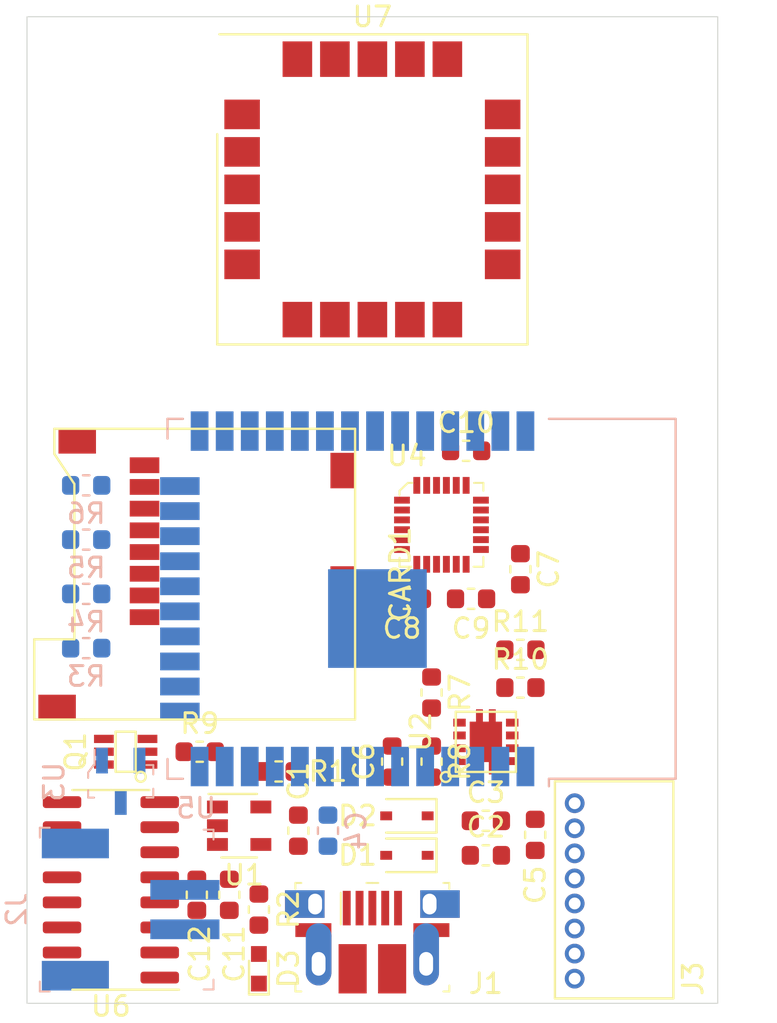
<source format=kicad_pcb>
(kicad_pcb (version 20171130) (host pcbnew "(5.1.5)-3")

  (general
    (thickness 1.6)
    (drawings 4)
    (tracks 0)
    (zones 0)
    (modules 38)
    (nets 80)
  )

  (page A4)
  (layers
    (0 F.Cu signal)
    (31 B.Cu signal)
    (32 B.Adhes user)
    (33 F.Adhes user)
    (34 B.Paste user)
    (35 F.Paste user)
    (36 B.SilkS user)
    (37 F.SilkS user)
    (38 B.Mask user)
    (39 F.Mask user)
    (40 Dwgs.User user)
    (41 Cmts.User user)
    (42 Eco1.User user)
    (43 Eco2.User user)
    (44 Edge.Cuts user)
    (45 Margin user)
    (46 B.CrtYd user)
    (47 F.CrtYd user)
    (48 B.Fab user hide)
    (49 F.Fab user hide)
  )

  (setup
    (last_trace_width 0.5)
    (user_trace_width 0.5)
    (user_trace_width 1)
    (trace_clearance 0.2)
    (zone_clearance 0.508)
    (zone_45_only no)
    (trace_min 0.2)
    (via_size 0.8)
    (via_drill 0.4)
    (via_min_size 0.4)
    (via_min_drill 0.3)
    (uvia_size 0.3)
    (uvia_drill 0.1)
    (uvias_allowed no)
    (uvia_min_size 0.2)
    (uvia_min_drill 0.1)
    (edge_width 0.05)
    (segment_width 0.2)
    (pcb_text_width 0.3)
    (pcb_text_size 1.5 1.5)
    (mod_edge_width 0.12)
    (mod_text_size 1 1)
    (mod_text_width 0.15)
    (pad_size 1.524 1.524)
    (pad_drill 0.762)
    (pad_to_mask_clearance 0.051)
    (solder_mask_min_width 0.25)
    (aux_axis_origin 0 0)
    (visible_elements 7FFFFFFF)
    (pcbplotparams
      (layerselection 0x010fc_ffffffff)
      (usegerberextensions false)
      (usegerberattributes false)
      (usegerberadvancedattributes false)
      (creategerberjobfile false)
      (excludeedgelayer true)
      (linewidth 0.100000)
      (plotframeref false)
      (viasonmask false)
      (mode 1)
      (useauxorigin false)
      (hpglpennumber 1)
      (hpglpenspeed 20)
      (hpglpendiameter 15.000000)
      (psnegative false)
      (psa4output false)
      (plotreference true)
      (plotvalue true)
      (plotinvisibletext false)
      (padsonsilk false)
      (subtractmaskfromsilk false)
      (outputformat 1)
      (mirror false)
      (drillshape 1)
      (scaleselection 1)
      (outputdirectory ""))
  )

  (net 0 "")
  (net 1 GND)
  (net 2 +5V)
  (net 3 "Net-(C2-Pad1)")
  (net 4 +BATT)
  (net 5 "Net-(C5-Pad1)")
  (net 6 +3V3)
  (net 7 "Net-(C9-Pad1)")
  (net 8 "Net-(C10-Pad1)")
  (net 9 "Net-(CARD1-Pad1)")
  (net 10 4)
  (net 11 23)
  (net 12 18)
  (net 13 19)
  (net 14 "Net-(CARD1-Pad8)")
  (net 15 "Net-(D3-Pad1)")
  (net 16 "Net-(D3-Pad2)")
  (net 17 "Net-(J1-PadSH)")
  (net 18 D-)
  (net 19 D+)
  (net 20 "Net-(J1-Pad4)")
  (net 21 SDA)
  (net 22 SCL)
  (net 23 12)
  (net 24 13)
  (net 25 14)
  (net 26 15)
  (net 27 RTS)
  (net 28 DTR)
  (net 29 0)
  (net 30 EN)
  (net 31 "Net-(R1-Pad1)")
  (net 32 "Net-(R7-Pad2)")
  (net 33 BATTALARM)
  (net 34 "Net-(U4-Pad3)")
  (net 35 "Net-(U4-Pad4)")
  (net 36 "Net-(U4-Pad5)")
  (net 37 "Net-(U4-Pad6)")
  (net 38 "Net-(U4-Pad2)")
  (net 39 "Net-(U4-Pad16)")
  (net 40 "Net-(U4-Pad17)")
  (net 41 "Net-(U4-Pad15)")
  (net 42 "Net-(U4-Pad14)")
  (net 43 "Net-(U4-Pad9)")
  (net 44 "Net-(U4-Pad7)")
  (net 45 "Net-(U4-Pad11)")
  (net 46 ACC_INT)
  (net 47 "Net-(U4-Pad22)")
  (net 48 "Net-(U4-Pad21)")
  (net 49 "Net-(U4-Pad19)")
  (net 50 "Net-(U5-Pad4)")
  (net 51 "Net-(U5-Pad5)")
  (net 52 "Net-(U5-Pad6)")
  (net 53 "Net-(U5-Pad7)")
  (net 54 "Net-(U5-Pad8)")
  (net 55 "Net-(U5-Pad9)")
  (net 56 "Net-(U5-Pad11)")
  (net 57 "Net-(U5-Pad12)")
  (net 58 "Net-(U5-Pad17)")
  (net 59 "Net-(U5-Pad18)")
  (net 60 "Net-(U5-Pad19)")
  (net 61 "Net-(U5-Pad20)")
  (net 62 "Net-(U5-Pad21)")
  (net 63 "Net-(U5-Pad22)")
  (net 64 "Net-(U5-Pad29)")
  (net 65 "Net-(U5-Pad32)")
  (net 66 RX0)
  (net 67 TX0)
  (net 68 "Net-(U6-Pad7)")
  (net 69 "Net-(U6-Pad8)")
  (net 70 "Net-(U6-Pad9)")
  (net 71 "Net-(U6-Pad10)")
  (net 72 "Net-(U6-Pad11)")
  (net 73 "Net-(U6-Pad12)")
  (net 74 "Net-(U6-Pad15)")
  (net 75 16)
  (net 76 17)
  (net 77 "Net-(U7-Pad7)")
  (net 78 "Net-(U7-Pad8)")
  (net 79 "Net-(U7-Pad18)")

  (net_class Default "This is the default net class."
    (clearance 0.2)
    (trace_width 0.25)
    (via_dia 0.8)
    (via_drill 0.4)
    (uvia_dia 0.3)
    (uvia_drill 0.1)
    (add_net +3V3)
    (add_net +5V)
    (add_net +BATT)
    (add_net 0)
    (add_net 12)
    (add_net 13)
    (add_net 14)
    (add_net 15)
    (add_net 16)
    (add_net 17)
    (add_net 18)
    (add_net 19)
    (add_net 23)
    (add_net 4)
    (add_net ACC_INT)
    (add_net BATTALARM)
    (add_net D+)
    (add_net D-)
    (add_net DTR)
    (add_net EN)
    (add_net GND)
    (add_net "Net-(C10-Pad1)")
    (add_net "Net-(C2-Pad1)")
    (add_net "Net-(C5-Pad1)")
    (add_net "Net-(C9-Pad1)")
    (add_net "Net-(CARD1-Pad1)")
    (add_net "Net-(CARD1-Pad8)")
    (add_net "Net-(D3-Pad1)")
    (add_net "Net-(D3-Pad2)")
    (add_net "Net-(J1-Pad4)")
    (add_net "Net-(J1-PadSH)")
    (add_net "Net-(R1-Pad1)")
    (add_net "Net-(R7-Pad2)")
    (add_net "Net-(U4-Pad11)")
    (add_net "Net-(U4-Pad14)")
    (add_net "Net-(U4-Pad15)")
    (add_net "Net-(U4-Pad16)")
    (add_net "Net-(U4-Pad17)")
    (add_net "Net-(U4-Pad19)")
    (add_net "Net-(U4-Pad2)")
    (add_net "Net-(U4-Pad21)")
    (add_net "Net-(U4-Pad22)")
    (add_net "Net-(U4-Pad3)")
    (add_net "Net-(U4-Pad4)")
    (add_net "Net-(U4-Pad5)")
    (add_net "Net-(U4-Pad6)")
    (add_net "Net-(U4-Pad7)")
    (add_net "Net-(U4-Pad9)")
    (add_net "Net-(U5-Pad11)")
    (add_net "Net-(U5-Pad12)")
    (add_net "Net-(U5-Pad17)")
    (add_net "Net-(U5-Pad18)")
    (add_net "Net-(U5-Pad19)")
    (add_net "Net-(U5-Pad20)")
    (add_net "Net-(U5-Pad21)")
    (add_net "Net-(U5-Pad22)")
    (add_net "Net-(U5-Pad29)")
    (add_net "Net-(U5-Pad32)")
    (add_net "Net-(U5-Pad4)")
    (add_net "Net-(U5-Pad5)")
    (add_net "Net-(U5-Pad6)")
    (add_net "Net-(U5-Pad7)")
    (add_net "Net-(U5-Pad8)")
    (add_net "Net-(U5-Pad9)")
    (add_net "Net-(U6-Pad10)")
    (add_net "Net-(U6-Pad11)")
    (add_net "Net-(U6-Pad12)")
    (add_net "Net-(U6-Pad15)")
    (add_net "Net-(U6-Pad7)")
    (add_net "Net-(U6-Pad8)")
    (add_net "Net-(U6-Pad9)")
    (add_net "Net-(U7-Pad18)")
    (add_net "Net-(U7-Pad7)")
    (add_net "Net-(U7-Pad8)")
    (add_net RTS)
    (add_net RX0)
    (add_net SCL)
    (add_net SDA)
    (add_net TX0)
  )

  (module Capacitor_SMD:C_0603_1608Metric (layer F.Cu) (tedit 5B301BBE) (tstamp 5EF7CD6C)
    (at 88.75 116.25 270)
    (descr "Capacitor SMD 0603 (1608 Metric), square (rectangular) end terminal, IPC_7351 nominal, (Body size source: http://www.tortai-tech.com/upload/download/2011102023233369053.pdf), generated with kicad-footprint-generator")
    (tags capacitor)
    (path /5E32223A)
    (attr smd)
    (fp_text reference C1 (at -2.5 0 90) (layer F.SilkS)
      (effects (font (size 1 1) (thickness 0.15)))
    )
    (fp_text value 4.7yF (at 0 1.43 90) (layer F.Fab)
      (effects (font (size 1 1) (thickness 0.15)))
    )
    (fp_line (start -0.8 0.4) (end -0.8 -0.4) (layer F.Fab) (width 0.1))
    (fp_line (start -0.8 -0.4) (end 0.8 -0.4) (layer F.Fab) (width 0.1))
    (fp_line (start 0.8 -0.4) (end 0.8 0.4) (layer F.Fab) (width 0.1))
    (fp_line (start 0.8 0.4) (end -0.8 0.4) (layer F.Fab) (width 0.1))
    (fp_line (start -0.162779 -0.51) (end 0.162779 -0.51) (layer F.SilkS) (width 0.12))
    (fp_line (start -0.162779 0.51) (end 0.162779 0.51) (layer F.SilkS) (width 0.12))
    (fp_line (start -1.48 0.73) (end -1.48 -0.73) (layer F.CrtYd) (width 0.05))
    (fp_line (start -1.48 -0.73) (end 1.48 -0.73) (layer F.CrtYd) (width 0.05))
    (fp_line (start 1.48 -0.73) (end 1.48 0.73) (layer F.CrtYd) (width 0.05))
    (fp_line (start 1.48 0.73) (end -1.48 0.73) (layer F.CrtYd) (width 0.05))
    (fp_text user %R (at 0 0 90) (layer F.Fab)
      (effects (font (size 0.4 0.4) (thickness 0.06)))
    )
    (pad 1 smd roundrect (at -0.7875 0 270) (size 0.875 0.95) (layers F.Cu F.Paste F.Mask) (roundrect_rratio 0.25)
      (net 1 GND))
    (pad 2 smd roundrect (at 0.7875 0 270) (size 0.875 0.95) (layers F.Cu F.Paste F.Mask) (roundrect_rratio 0.25)
      (net 2 +5V))
    (model ${KISYS3DMOD}/Capacitor_SMD.3dshapes/C_0603_1608Metric.wrl
      (at (xyz 0 0 0))
      (scale (xyz 1 1 1))
      (rotate (xyz 0 0 0))
    )
  )

  (module Capacitor_SMD:C_0603_1608Metric (layer F.Cu) (tedit 5B301BBE) (tstamp 5EF7CD7D)
    (at 98.25 117.5)
    (descr "Capacitor SMD 0603 (1608 Metric), square (rectangular) end terminal, IPC_7351 nominal, (Body size source: http://www.tortai-tech.com/upload/download/2011102023233369053.pdf), generated with kicad-footprint-generator")
    (tags capacitor)
    (path /5EFA7F35)
    (attr smd)
    (fp_text reference C2 (at 0 -1.43) (layer F.SilkS)
      (effects (font (size 1 1) (thickness 0.15)))
    )
    (fp_text value 100nF (at 0 1.43) (layer F.Fab)
      (effects (font (size 1 1) (thickness 0.15)))
    )
    (fp_line (start -0.8 0.4) (end -0.8 -0.4) (layer F.Fab) (width 0.1))
    (fp_line (start -0.8 -0.4) (end 0.8 -0.4) (layer F.Fab) (width 0.1))
    (fp_line (start 0.8 -0.4) (end 0.8 0.4) (layer F.Fab) (width 0.1))
    (fp_line (start 0.8 0.4) (end -0.8 0.4) (layer F.Fab) (width 0.1))
    (fp_line (start -0.162779 -0.51) (end 0.162779 -0.51) (layer F.SilkS) (width 0.12))
    (fp_line (start -0.162779 0.51) (end 0.162779 0.51) (layer F.SilkS) (width 0.12))
    (fp_line (start -1.48 0.73) (end -1.48 -0.73) (layer F.CrtYd) (width 0.05))
    (fp_line (start -1.48 -0.73) (end 1.48 -0.73) (layer F.CrtYd) (width 0.05))
    (fp_line (start 1.48 -0.73) (end 1.48 0.73) (layer F.CrtYd) (width 0.05))
    (fp_line (start 1.48 0.73) (end -1.48 0.73) (layer F.CrtYd) (width 0.05))
    (fp_text user %R (at 0 0) (layer F.Fab)
      (effects (font (size 0.4 0.4) (thickness 0.06)))
    )
    (pad 1 smd roundrect (at -0.7875 0) (size 0.875 0.95) (layers F.Cu F.Paste F.Mask) (roundrect_rratio 0.25)
      (net 3 "Net-(C2-Pad1)"))
    (pad 2 smd roundrect (at 0.7875 0) (size 0.875 0.95) (layers F.Cu F.Paste F.Mask) (roundrect_rratio 0.25)
      (net 1 GND))
    (model ${KISYS3DMOD}/Capacitor_SMD.3dshapes/C_0603_1608Metric.wrl
      (at (xyz 0 0 0))
      (scale (xyz 1 1 1))
      (rotate (xyz 0 0 0))
    )
  )

  (module Capacitor_SMD:C_0603_1608Metric (layer F.Cu) (tedit 5B301BBE) (tstamp 5EF7CD8E)
    (at 98.25 115.75)
    (descr "Capacitor SMD 0603 (1608 Metric), square (rectangular) end terminal, IPC_7351 nominal, (Body size source: http://www.tortai-tech.com/upload/download/2011102023233369053.pdf), generated with kicad-footprint-generator")
    (tags capacitor)
    (path /5EFA7F2F)
    (attr smd)
    (fp_text reference C3 (at 0 -1.43) (layer F.SilkS)
      (effects (font (size 1 1) (thickness 0.15)))
    )
    (fp_text value 1yF (at 0 1.43) (layer F.Fab)
      (effects (font (size 1 1) (thickness 0.15)))
    )
    (fp_text user %R (at 0 0) (layer F.Fab)
      (effects (font (size 0.4 0.4) (thickness 0.06)))
    )
    (fp_line (start 1.48 0.73) (end -1.48 0.73) (layer F.CrtYd) (width 0.05))
    (fp_line (start 1.48 -0.73) (end 1.48 0.73) (layer F.CrtYd) (width 0.05))
    (fp_line (start -1.48 -0.73) (end 1.48 -0.73) (layer F.CrtYd) (width 0.05))
    (fp_line (start -1.48 0.73) (end -1.48 -0.73) (layer F.CrtYd) (width 0.05))
    (fp_line (start -0.162779 0.51) (end 0.162779 0.51) (layer F.SilkS) (width 0.12))
    (fp_line (start -0.162779 -0.51) (end 0.162779 -0.51) (layer F.SilkS) (width 0.12))
    (fp_line (start 0.8 0.4) (end -0.8 0.4) (layer F.Fab) (width 0.1))
    (fp_line (start 0.8 -0.4) (end 0.8 0.4) (layer F.Fab) (width 0.1))
    (fp_line (start -0.8 -0.4) (end 0.8 -0.4) (layer F.Fab) (width 0.1))
    (fp_line (start -0.8 0.4) (end -0.8 -0.4) (layer F.Fab) (width 0.1))
    (pad 2 smd roundrect (at 0.7875 0) (size 0.875 0.95) (layers F.Cu F.Paste F.Mask) (roundrect_rratio 0.25)
      (net 1 GND))
    (pad 1 smd roundrect (at -0.7875 0) (size 0.875 0.95) (layers F.Cu F.Paste F.Mask) (roundrect_rratio 0.25)
      (net 3 "Net-(C2-Pad1)"))
    (model ${KISYS3DMOD}/Capacitor_SMD.3dshapes/C_0603_1608Metric.wrl
      (at (xyz 0 0 0))
      (scale (xyz 1 1 1))
      (rotate (xyz 0 0 0))
    )
  )

  (module Capacitor_SMD:C_0603_1608Metric (layer B.Cu) (tedit 5B301BBE) (tstamp 5EF7CD9F)
    (at 90.25 116.25 90)
    (descr "Capacitor SMD 0603 (1608 Metric), square (rectangular) end terminal, IPC_7351 nominal, (Body size source: http://www.tortai-tech.com/upload/download/2011102023233369053.pdf), generated with kicad-footprint-generator")
    (tags capacitor)
    (path /5E320DA1)
    (attr smd)
    (fp_text reference C4 (at 0 1.43 90) (layer B.SilkS)
      (effects (font (size 1 1) (thickness 0.15)) (justify mirror))
    )
    (fp_text value 4.7yF (at 0 -1.43 90) (layer B.Fab)
      (effects (font (size 1 1) (thickness 0.15)) (justify mirror))
    )
    (fp_text user %R (at 0 0 90) (layer B.Fab)
      (effects (font (size 0.4 0.4) (thickness 0.06)) (justify mirror))
    )
    (fp_line (start 1.48 -0.73) (end -1.48 -0.73) (layer B.CrtYd) (width 0.05))
    (fp_line (start 1.48 0.73) (end 1.48 -0.73) (layer B.CrtYd) (width 0.05))
    (fp_line (start -1.48 0.73) (end 1.48 0.73) (layer B.CrtYd) (width 0.05))
    (fp_line (start -1.48 -0.73) (end -1.48 0.73) (layer B.CrtYd) (width 0.05))
    (fp_line (start -0.162779 -0.51) (end 0.162779 -0.51) (layer B.SilkS) (width 0.12))
    (fp_line (start -0.162779 0.51) (end 0.162779 0.51) (layer B.SilkS) (width 0.12))
    (fp_line (start 0.8 -0.4) (end -0.8 -0.4) (layer B.Fab) (width 0.1))
    (fp_line (start 0.8 0.4) (end 0.8 -0.4) (layer B.Fab) (width 0.1))
    (fp_line (start -0.8 0.4) (end 0.8 0.4) (layer B.Fab) (width 0.1))
    (fp_line (start -0.8 -0.4) (end -0.8 0.4) (layer B.Fab) (width 0.1))
    (pad 2 smd roundrect (at 0.7875 0 90) (size 0.875 0.95) (layers B.Cu B.Paste B.Mask) (roundrect_rratio 0.25)
      (net 4 +BATT))
    (pad 1 smd roundrect (at -0.7875 0 90) (size 0.875 0.95) (layers B.Cu B.Paste B.Mask) (roundrect_rratio 0.25)
      (net 1 GND))
    (model ${KISYS3DMOD}/Capacitor_SMD.3dshapes/C_0603_1608Metric.wrl
      (at (xyz 0 0 0))
      (scale (xyz 1 1 1))
      (rotate (xyz 0 0 0))
    )
  )

  (module Capacitor_SMD:C_0603_1608Metric (layer F.Cu) (tedit 5B301BBE) (tstamp 5EF7CDB0)
    (at 100.75 116.4625 270)
    (descr "Capacitor SMD 0603 (1608 Metric), square (rectangular) end terminal, IPC_7351 nominal, (Body size source: http://www.tortai-tech.com/upload/download/2011102023233369053.pdf), generated with kicad-footprint-generator")
    (tags capacitor)
    (path /5E3637DE)
    (attr smd)
    (fp_text reference C5 (at 2.5375 0 90) (layer F.SilkS)
      (effects (font (size 1 1) (thickness 0.15)))
    )
    (fp_text value 10nF (at 0 1.43 90) (layer F.Fab)
      (effects (font (size 1 1) (thickness 0.15)))
    )
    (fp_line (start -0.8 0.4) (end -0.8 -0.4) (layer F.Fab) (width 0.1))
    (fp_line (start -0.8 -0.4) (end 0.8 -0.4) (layer F.Fab) (width 0.1))
    (fp_line (start 0.8 -0.4) (end 0.8 0.4) (layer F.Fab) (width 0.1))
    (fp_line (start 0.8 0.4) (end -0.8 0.4) (layer F.Fab) (width 0.1))
    (fp_line (start -0.162779 -0.51) (end 0.162779 -0.51) (layer F.SilkS) (width 0.12))
    (fp_line (start -0.162779 0.51) (end 0.162779 0.51) (layer F.SilkS) (width 0.12))
    (fp_line (start -1.48 0.73) (end -1.48 -0.73) (layer F.CrtYd) (width 0.05))
    (fp_line (start -1.48 -0.73) (end 1.48 -0.73) (layer F.CrtYd) (width 0.05))
    (fp_line (start 1.48 -0.73) (end 1.48 0.73) (layer F.CrtYd) (width 0.05))
    (fp_line (start 1.48 0.73) (end -1.48 0.73) (layer F.CrtYd) (width 0.05))
    (fp_text user %R (at 0 0 90) (layer F.Fab)
      (effects (font (size 0.4 0.4) (thickness 0.06)))
    )
    (pad 1 smd roundrect (at -0.7875 0 270) (size 0.875 0.95) (layers F.Cu F.Paste F.Mask) (roundrect_rratio 0.25)
      (net 5 "Net-(C5-Pad1)"))
    (pad 2 smd roundrect (at 0.7875 0 270) (size 0.875 0.95) (layers F.Cu F.Paste F.Mask) (roundrect_rratio 0.25)
      (net 1 GND))
    (model ${KISYS3DMOD}/Capacitor_SMD.3dshapes/C_0603_1608Metric.wrl
      (at (xyz 0 0 0))
      (scale (xyz 1 1 1))
      (rotate (xyz 0 0 0))
    )
  )

  (module Capacitor_SMD:C_0603_1608Metric (layer F.Cu) (tedit 5B301BBE) (tstamp 5EF7CDC1)
    (at 93.5 112.75 90)
    (descr "Capacitor SMD 0603 (1608 Metric), square (rectangular) end terminal, IPC_7351 nominal, (Body size source: http://www.tortai-tech.com/upload/download/2011102023233369053.pdf), generated with kicad-footprint-generator")
    (tags capacitor)
    (path /5E372397)
    (attr smd)
    (fp_text reference C6 (at 0 -1.43 90) (layer F.SilkS)
      (effects (font (size 1 1) (thickness 0.15)))
    )
    (fp_text value 4.7yF (at 0 1.43 90) (layer F.Fab)
      (effects (font (size 1 1) (thickness 0.15)))
    )
    (fp_text user %R (at 0 0 90) (layer F.Fab)
      (effects (font (size 0.4 0.4) (thickness 0.06)))
    )
    (fp_line (start 1.48 0.73) (end -1.48 0.73) (layer F.CrtYd) (width 0.05))
    (fp_line (start 1.48 -0.73) (end 1.48 0.73) (layer F.CrtYd) (width 0.05))
    (fp_line (start -1.48 -0.73) (end 1.48 -0.73) (layer F.CrtYd) (width 0.05))
    (fp_line (start -1.48 0.73) (end -1.48 -0.73) (layer F.CrtYd) (width 0.05))
    (fp_line (start -0.162779 0.51) (end 0.162779 0.51) (layer F.SilkS) (width 0.12))
    (fp_line (start -0.162779 -0.51) (end 0.162779 -0.51) (layer F.SilkS) (width 0.12))
    (fp_line (start 0.8 0.4) (end -0.8 0.4) (layer F.Fab) (width 0.1))
    (fp_line (start 0.8 -0.4) (end 0.8 0.4) (layer F.Fab) (width 0.1))
    (fp_line (start -0.8 -0.4) (end 0.8 -0.4) (layer F.Fab) (width 0.1))
    (fp_line (start -0.8 0.4) (end -0.8 -0.4) (layer F.Fab) (width 0.1))
    (pad 2 smd roundrect (at 0.7875 0 90) (size 0.875 0.95) (layers F.Cu F.Paste F.Mask) (roundrect_rratio 0.25)
      (net 1 GND))
    (pad 1 smd roundrect (at -0.7875 0 90) (size 0.875 0.95) (layers F.Cu F.Paste F.Mask) (roundrect_rratio 0.25)
      (net 6 +3V3))
    (model ${KISYS3DMOD}/Capacitor_SMD.3dshapes/C_0603_1608Metric.wrl
      (at (xyz 0 0 0))
      (scale (xyz 1 1 1))
      (rotate (xyz 0 0 0))
    )
  )

  (module Capacitor_SMD:C_0603_1608Metric (layer F.Cu) (tedit 5B301BBE) (tstamp 5EF7CDD2)
    (at 100 103 270)
    (descr "Capacitor SMD 0603 (1608 Metric), square (rectangular) end terminal, IPC_7351 nominal, (Body size source: http://www.tortai-tech.com/upload/download/2011102023233369053.pdf), generated with kicad-footprint-generator")
    (tags capacitor)
    (path /5E46FA76)
    (attr smd)
    (fp_text reference C7 (at 0 -1.43 90) (layer F.SilkS)
      (effects (font (size 1 1) (thickness 0.15)))
    )
    (fp_text value 0.1yF (at 0 1.43 90) (layer F.Fab)
      (effects (font (size 1 1) (thickness 0.15)))
    )
    (fp_text user %R (at 0 0 90) (layer F.Fab)
      (effects (font (size 0.4 0.4) (thickness 0.06)))
    )
    (fp_line (start 1.48 0.73) (end -1.48 0.73) (layer F.CrtYd) (width 0.05))
    (fp_line (start 1.48 -0.73) (end 1.48 0.73) (layer F.CrtYd) (width 0.05))
    (fp_line (start -1.48 -0.73) (end 1.48 -0.73) (layer F.CrtYd) (width 0.05))
    (fp_line (start -1.48 0.73) (end -1.48 -0.73) (layer F.CrtYd) (width 0.05))
    (fp_line (start -0.162779 0.51) (end 0.162779 0.51) (layer F.SilkS) (width 0.12))
    (fp_line (start -0.162779 -0.51) (end 0.162779 -0.51) (layer F.SilkS) (width 0.12))
    (fp_line (start 0.8 0.4) (end -0.8 0.4) (layer F.Fab) (width 0.1))
    (fp_line (start 0.8 -0.4) (end 0.8 0.4) (layer F.Fab) (width 0.1))
    (fp_line (start -0.8 -0.4) (end 0.8 -0.4) (layer F.Fab) (width 0.1))
    (fp_line (start -0.8 0.4) (end -0.8 -0.4) (layer F.Fab) (width 0.1))
    (pad 2 smd roundrect (at 0.7875 0 270) (size 0.875 0.95) (layers F.Cu F.Paste F.Mask) (roundrect_rratio 0.25)
      (net 1 GND))
    (pad 1 smd roundrect (at -0.7875 0 270) (size 0.875 0.95) (layers F.Cu F.Paste F.Mask) (roundrect_rratio 0.25)
      (net 6 +3V3))
    (model ${KISYS3DMOD}/Capacitor_SMD.3dshapes/C_0603_1608Metric.wrl
      (at (xyz 0 0 0))
      (scale (xyz 1 1 1))
      (rotate (xyz 0 0 0))
    )
  )

  (module Capacitor_SMD:C_0603_1608Metric (layer F.Cu) (tedit 5B301BBE) (tstamp 5EF7CDE3)
    (at 94.25 104.5)
    (descr "Capacitor SMD 0603 (1608 Metric), square (rectangular) end terminal, IPC_7351 nominal, (Body size source: http://www.tortai-tech.com/upload/download/2011102023233369053.pdf), generated with kicad-footprint-generator")
    (tags capacitor)
    (path /5E42F2B5)
    (attr smd)
    (fp_text reference C8 (at -0.25 1.5) (layer F.SilkS)
      (effects (font (size 1 1) (thickness 0.15)))
    )
    (fp_text value 10nF (at 0 1.43) (layer F.Fab)
      (effects (font (size 1 1) (thickness 0.15)))
    )
    (fp_line (start -0.8 0.4) (end -0.8 -0.4) (layer F.Fab) (width 0.1))
    (fp_line (start -0.8 -0.4) (end 0.8 -0.4) (layer F.Fab) (width 0.1))
    (fp_line (start 0.8 -0.4) (end 0.8 0.4) (layer F.Fab) (width 0.1))
    (fp_line (start 0.8 0.4) (end -0.8 0.4) (layer F.Fab) (width 0.1))
    (fp_line (start -0.162779 -0.51) (end 0.162779 -0.51) (layer F.SilkS) (width 0.12))
    (fp_line (start -0.162779 0.51) (end 0.162779 0.51) (layer F.SilkS) (width 0.12))
    (fp_line (start -1.48 0.73) (end -1.48 -0.73) (layer F.CrtYd) (width 0.05))
    (fp_line (start -1.48 -0.73) (end 1.48 -0.73) (layer F.CrtYd) (width 0.05))
    (fp_line (start 1.48 -0.73) (end 1.48 0.73) (layer F.CrtYd) (width 0.05))
    (fp_line (start 1.48 0.73) (end -1.48 0.73) (layer F.CrtYd) (width 0.05))
    (fp_text user %R (at 0 0) (layer F.Fab)
      (effects (font (size 0.4 0.4) (thickness 0.06)))
    )
    (pad 1 smd roundrect (at -0.7875 0) (size 0.875 0.95) (layers F.Cu F.Paste F.Mask) (roundrect_rratio 0.25)
      (net 1 GND))
    (pad 2 smd roundrect (at 0.7875 0) (size 0.875 0.95) (layers F.Cu F.Paste F.Mask) (roundrect_rratio 0.25)
      (net 6 +3V3))
    (model ${KISYS3DMOD}/Capacitor_SMD.3dshapes/C_0603_1608Metric.wrl
      (at (xyz 0 0 0))
      (scale (xyz 1 1 1))
      (rotate (xyz 0 0 0))
    )
  )

  (module Capacitor_SMD:C_0603_1608Metric (layer F.Cu) (tedit 5B301BBE) (tstamp 5EF7CDF4)
    (at 97.5 104.5)
    (descr "Capacitor SMD 0603 (1608 Metric), square (rectangular) end terminal, IPC_7351 nominal, (Body size source: http://www.tortai-tech.com/upload/download/2011102023233369053.pdf), generated with kicad-footprint-generator")
    (tags capacitor)
    (path /5E43EC24)
    (attr smd)
    (fp_text reference C9 (at 0 1.5) (layer F.SilkS)
      (effects (font (size 1 1) (thickness 0.15)))
    )
    (fp_text value 0.1yF (at 0 1.43) (layer F.Fab)
      (effects (font (size 1 1) (thickness 0.15)))
    )
    (fp_line (start -0.8 0.4) (end -0.8 -0.4) (layer F.Fab) (width 0.1))
    (fp_line (start -0.8 -0.4) (end 0.8 -0.4) (layer F.Fab) (width 0.1))
    (fp_line (start 0.8 -0.4) (end 0.8 0.4) (layer F.Fab) (width 0.1))
    (fp_line (start 0.8 0.4) (end -0.8 0.4) (layer F.Fab) (width 0.1))
    (fp_line (start -0.162779 -0.51) (end 0.162779 -0.51) (layer F.SilkS) (width 0.12))
    (fp_line (start -0.162779 0.51) (end 0.162779 0.51) (layer F.SilkS) (width 0.12))
    (fp_line (start -1.48 0.73) (end -1.48 -0.73) (layer F.CrtYd) (width 0.05))
    (fp_line (start -1.48 -0.73) (end 1.48 -0.73) (layer F.CrtYd) (width 0.05))
    (fp_line (start 1.48 -0.73) (end 1.48 0.73) (layer F.CrtYd) (width 0.05))
    (fp_line (start 1.48 0.73) (end -1.48 0.73) (layer F.CrtYd) (width 0.05))
    (fp_text user %R (at 0 0) (layer F.Fab)
      (effects (font (size 0.4 0.4) (thickness 0.06)))
    )
    (pad 1 smd roundrect (at -0.7875 0) (size 0.875 0.95) (layers F.Cu F.Paste F.Mask) (roundrect_rratio 0.25)
      (net 7 "Net-(C9-Pad1)"))
    (pad 2 smd roundrect (at 0.7875 0) (size 0.875 0.95) (layers F.Cu F.Paste F.Mask) (roundrect_rratio 0.25)
      (net 1 GND))
    (model ${KISYS3DMOD}/Capacitor_SMD.3dshapes/C_0603_1608Metric.wrl
      (at (xyz 0 0 0))
      (scale (xyz 1 1 1))
      (rotate (xyz 0 0 0))
    )
  )

  (module Capacitor_SMD:C_0603_1608Metric (layer F.Cu) (tedit 5B301BBE) (tstamp 5EF7CE05)
    (at 97.25 97)
    (descr "Capacitor SMD 0603 (1608 Metric), square (rectangular) end terminal, IPC_7351 nominal, (Body size source: http://www.tortai-tech.com/upload/download/2011102023233369053.pdf), generated with kicad-footprint-generator")
    (tags capacitor)
    (path /5E43E1E6)
    (attr smd)
    (fp_text reference C10 (at 0 -1.43) (layer F.SilkS)
      (effects (font (size 1 1) (thickness 0.15)))
    )
    (fp_text value 2.2nF (at 0 1.43) (layer F.Fab)
      (effects (font (size 1 1) (thickness 0.15)))
    )
    (fp_text user %R (at 0 0) (layer F.Fab)
      (effects (font (size 0.4 0.4) (thickness 0.06)))
    )
    (fp_line (start 1.48 0.73) (end -1.48 0.73) (layer F.CrtYd) (width 0.05))
    (fp_line (start 1.48 -0.73) (end 1.48 0.73) (layer F.CrtYd) (width 0.05))
    (fp_line (start -1.48 -0.73) (end 1.48 -0.73) (layer F.CrtYd) (width 0.05))
    (fp_line (start -1.48 0.73) (end -1.48 -0.73) (layer F.CrtYd) (width 0.05))
    (fp_line (start -0.162779 0.51) (end 0.162779 0.51) (layer F.SilkS) (width 0.12))
    (fp_line (start -0.162779 -0.51) (end 0.162779 -0.51) (layer F.SilkS) (width 0.12))
    (fp_line (start 0.8 0.4) (end -0.8 0.4) (layer F.Fab) (width 0.1))
    (fp_line (start 0.8 -0.4) (end 0.8 0.4) (layer F.Fab) (width 0.1))
    (fp_line (start -0.8 -0.4) (end 0.8 -0.4) (layer F.Fab) (width 0.1))
    (fp_line (start -0.8 0.4) (end -0.8 -0.4) (layer F.Fab) (width 0.1))
    (pad 2 smd roundrect (at 0.7875 0) (size 0.875 0.95) (layers F.Cu F.Paste F.Mask) (roundrect_rratio 0.25)
      (net 1 GND))
    (pad 1 smd roundrect (at -0.7875 0) (size 0.875 0.95) (layers F.Cu F.Paste F.Mask) (roundrect_rratio 0.25)
      (net 8 "Net-(C10-Pad1)"))
    (model ${KISYS3DMOD}/Capacitor_SMD.3dshapes/C_0603_1608Metric.wrl
      (at (xyz 0 0 0))
      (scale (xyz 1 1 1))
      (rotate (xyz 0 0 0))
    )
  )

  (module Capacitor_SMD:C_0603_1608Metric (layer F.Cu) (tedit 5B301BBE) (tstamp 5EF7CE16)
    (at 85.25 119.5 270)
    (descr "Capacitor SMD 0603 (1608 Metric), square (rectangular) end terminal, IPC_7351 nominal, (Body size source: http://www.tortai-tech.com/upload/download/2011102023233369053.pdf), generated with kicad-footprint-generator")
    (tags capacitor)
    (path /5E8F5D5D)
    (attr smd)
    (fp_text reference C11 (at 3 -0.25 90) (layer F.SilkS)
      (effects (font (size 1 1) (thickness 0.15)))
    )
    (fp_text value 100nF (at 0 1.43 90) (layer F.Fab)
      (effects (font (size 1 1) (thickness 0.15)))
    )
    (fp_text user %R (at 0 0 90) (layer F.Fab)
      (effects (font (size 0.4 0.4) (thickness 0.06)))
    )
    (fp_line (start 1.48 0.73) (end -1.48 0.73) (layer F.CrtYd) (width 0.05))
    (fp_line (start 1.48 -0.73) (end 1.48 0.73) (layer F.CrtYd) (width 0.05))
    (fp_line (start -1.48 -0.73) (end 1.48 -0.73) (layer F.CrtYd) (width 0.05))
    (fp_line (start -1.48 0.73) (end -1.48 -0.73) (layer F.CrtYd) (width 0.05))
    (fp_line (start -0.162779 0.51) (end 0.162779 0.51) (layer F.SilkS) (width 0.12))
    (fp_line (start -0.162779 -0.51) (end 0.162779 -0.51) (layer F.SilkS) (width 0.12))
    (fp_line (start 0.8 0.4) (end -0.8 0.4) (layer F.Fab) (width 0.1))
    (fp_line (start 0.8 -0.4) (end 0.8 0.4) (layer F.Fab) (width 0.1))
    (fp_line (start -0.8 -0.4) (end 0.8 -0.4) (layer F.Fab) (width 0.1))
    (fp_line (start -0.8 0.4) (end -0.8 -0.4) (layer F.Fab) (width 0.1))
    (pad 2 smd roundrect (at 0.7875 0 270) (size 0.875 0.95) (layers F.Cu F.Paste F.Mask) (roundrect_rratio 0.25)
      (net 1 GND))
    (pad 1 smd roundrect (at -0.7875 0 270) (size 0.875 0.95) (layers F.Cu F.Paste F.Mask) (roundrect_rratio 0.25)
      (net 6 +3V3))
    (model ${KISYS3DMOD}/Capacitor_SMD.3dshapes/C_0603_1608Metric.wrl
      (at (xyz 0 0 0))
      (scale (xyz 1 1 1))
      (rotate (xyz 0 0 0))
    )
  )

  (module Capacitor_SMD:C_0603_1608Metric (layer F.Cu) (tedit 5B301BBE) (tstamp 5EF7CE27)
    (at 83.604999 119.5 270)
    (descr "Capacitor SMD 0603 (1608 Metric), square (rectangular) end terminal, IPC_7351 nominal, (Body size source: http://www.tortai-tech.com/upload/download/2011102023233369053.pdf), generated with kicad-footprint-generator")
    (tags capacitor)
    (path /5E8FB387)
    (attr smd)
    (fp_text reference C12 (at 3 -0.145001 90) (layer F.SilkS)
      (effects (font (size 1 1) (thickness 0.15)))
    )
    (fp_text value 10yF (at 0 1.43 90) (layer F.Fab)
      (effects (font (size 1 1) (thickness 0.15)))
    )
    (fp_line (start -0.8 0.4) (end -0.8 -0.4) (layer F.Fab) (width 0.1))
    (fp_line (start -0.8 -0.4) (end 0.8 -0.4) (layer F.Fab) (width 0.1))
    (fp_line (start 0.8 -0.4) (end 0.8 0.4) (layer F.Fab) (width 0.1))
    (fp_line (start 0.8 0.4) (end -0.8 0.4) (layer F.Fab) (width 0.1))
    (fp_line (start -0.162779 -0.51) (end 0.162779 -0.51) (layer F.SilkS) (width 0.12))
    (fp_line (start -0.162779 0.51) (end 0.162779 0.51) (layer F.SilkS) (width 0.12))
    (fp_line (start -1.48 0.73) (end -1.48 -0.73) (layer F.CrtYd) (width 0.05))
    (fp_line (start -1.48 -0.73) (end 1.48 -0.73) (layer F.CrtYd) (width 0.05))
    (fp_line (start 1.48 -0.73) (end 1.48 0.73) (layer F.CrtYd) (width 0.05))
    (fp_line (start 1.48 0.73) (end -1.48 0.73) (layer F.CrtYd) (width 0.05))
    (fp_text user %R (at 0 0 90) (layer F.Fab)
      (effects (font (size 0.4 0.4) (thickness 0.06)))
    )
    (pad 1 smd roundrect (at -0.7875 0 270) (size 0.875 0.95) (layers F.Cu F.Paste F.Mask) (roundrect_rratio 0.25)
      (net 6 +3V3))
    (pad 2 smd roundrect (at 0.7875 0 270) (size 0.875 0.95) (layers F.Cu F.Paste F.Mask) (roundrect_rratio 0.25)
      (net 1 GND))
    (model ${KISYS3DMOD}/Capacitor_SMD.3dshapes/C_0603_1608Metric.wrl
      (at (xyz 0 0 0))
      (scale (xyz 1 1 1))
      (rotate (xyz 0 0 0))
    )
  )

  (module unsurv_offline_pcb_footprints:TF-SMD_TF-101B (layer F.Cu) (tedit 5E861888) (tstamp 5EF7CE40)
    (at 83.75 103.25 270)
    (path /5E8A0B52)
    (fp_text reference CARD1 (at 0 -10.16 90) (layer F.SilkS)
      (effects (font (size 1 1) (thickness 0.15)))
    )
    (fp_text value TF-101B (at 0 14.478 90) (layer F.Fab)
      (effects (font (size 1 1) (thickness 0.15)))
    )
    (fp_line (start 7.366 5.842) (end 7.366 8.382) (layer F.SilkS) (width 0.12))
    (fp_line (start 7.366 8.382) (end 3.302 8.382) (layer F.SilkS) (width 0.12))
    (fp_line (start 3.302 8.382) (end 3.302 6.35) (layer F.SilkS) (width 0.12))
    (fp_line (start 3.302 6.35) (end -4.572 6.35) (layer F.SilkS) (width 0.12))
    (fp_line (start -4.572 6.35) (end -6.096 7.366) (layer F.SilkS) (width 0.12))
    (fp_line (start -6.096 7.366) (end -7.366 7.366) (layer F.SilkS) (width 0.12))
    (fp_line (start -7.366 7.366) (end -7.366 -7.874) (layer F.SilkS) (width 0.12))
    (fp_line (start -7.366 -7.874) (end 7.366 -7.874) (layer F.SilkS) (width 0.12))
    (fp_line (start 7.366 -7.874) (end 7.366 5.842) (layer F.SilkS) (width 0.12))
    (pad 1 smd rect (at 2.18 2.795 270) (size 0.8 1.5) (layers F.Cu F.Paste F.Mask)
      (net 9 "Net-(CARD1-Pad1)"))
    (pad 2 smd rect (at 1.08 2.795 270) (size 0.8 1.5) (layers F.Cu F.Paste F.Mask)
      (net 10 4))
    (pad 3 smd rect (at -0.02 2.795 270) (size 0.8 1.5) (layers F.Cu F.Paste F.Mask)
      (net 11 23))
    (pad 4 smd rect (at -1.12 2.795 270) (size 0.8 1.5) (layers F.Cu F.Paste F.Mask)
      (net 6 +3V3))
    (pad 5 smd rect (at -2.22 2.795 270) (size 0.8 1.5) (layers F.Cu F.Paste F.Mask)
      (net 12 18))
    (pad 6 smd rect (at -3.32 2.795 270) (size 0.8 1.5) (layers F.Cu F.Paste F.Mask)
      (net 1 GND))
    (pad 7 smd rect (at -4.42 2.795 270) (size 0.8 1.5) (layers F.Cu F.Paste F.Mask)
      (net 13 19))
    (pad 8 smd rect (at -5.52 2.795 270) (size 0.8 1.5) (layers F.Cu F.Paste F.Mask)
      (net 14 "Net-(CARD1-Pad8)"))
    (pad 9 smd rect (at -5.25 -7.225 90) (size 1.8 1.2) (layers F.Cu F.Paste F.Mask)
      (net 1 GND))
    (pad 10 smd rect (at 0.5 -7.225 90) (size 1.8 1.2) (layers F.Cu F.Paste F.Mask)
      (net 1 GND))
    (pad 11 smd rect (at 6.76 7.225 90) (size 1.3 1.9) (layers F.Cu F.Paste F.Mask)
      (net 1 GND))
    (pad 12 smd rect (at -6.76 6.205 90) (size 1.3 1.9) (layers F.Cu F.Paste F.Mask)
      (net 1 GND))
  )

  (module Diode_SMD:D_SOD-323 (layer F.Cu) (tedit 58641739) (tstamp 5EF7CE58)
    (at 94.25 117.5 180)
    (descr SOD-323)
    (tags SOD-323)
    (path /5EF00E40)
    (attr smd)
    (fp_text reference D1 (at 2.5 0) (layer F.SilkS)
      (effects (font (size 1 1) (thickness 0.15)))
    )
    (fp_text value D_Schottky (at 0.1 1.9) (layer F.Fab)
      (effects (font (size 1 1) (thickness 0.15)))
    )
    (fp_line (start -1.5 -0.85) (end 1.05 -0.85) (layer F.SilkS) (width 0.12))
    (fp_line (start -1.5 0.85) (end 1.05 0.85) (layer F.SilkS) (width 0.12))
    (fp_line (start -1.6 -0.95) (end -1.6 0.95) (layer F.CrtYd) (width 0.05))
    (fp_line (start -1.6 0.95) (end 1.6 0.95) (layer F.CrtYd) (width 0.05))
    (fp_line (start 1.6 -0.95) (end 1.6 0.95) (layer F.CrtYd) (width 0.05))
    (fp_line (start -1.6 -0.95) (end 1.6 -0.95) (layer F.CrtYd) (width 0.05))
    (fp_line (start -0.9 -0.7) (end 0.9 -0.7) (layer F.Fab) (width 0.1))
    (fp_line (start 0.9 -0.7) (end 0.9 0.7) (layer F.Fab) (width 0.1))
    (fp_line (start 0.9 0.7) (end -0.9 0.7) (layer F.Fab) (width 0.1))
    (fp_line (start -0.9 0.7) (end -0.9 -0.7) (layer F.Fab) (width 0.1))
    (fp_line (start -0.3 -0.35) (end -0.3 0.35) (layer F.Fab) (width 0.1))
    (fp_line (start -0.3 0) (end -0.5 0) (layer F.Fab) (width 0.1))
    (fp_line (start -0.3 0) (end 0.2 -0.35) (layer F.Fab) (width 0.1))
    (fp_line (start 0.2 -0.35) (end 0.2 0.35) (layer F.Fab) (width 0.1))
    (fp_line (start 0.2 0.35) (end -0.3 0) (layer F.Fab) (width 0.1))
    (fp_line (start 0.2 0) (end 0.45 0) (layer F.Fab) (width 0.1))
    (fp_line (start -1.5 -0.85) (end -1.5 0.85) (layer F.SilkS) (width 0.12))
    (fp_text user %R (at 0 -1.85) (layer F.Fab)
      (effects (font (size 1 1) (thickness 0.15)))
    )
    (pad 2 smd rect (at 1.05 0 180) (size 0.6 0.45) (layers F.Cu F.Paste F.Mask)
      (net 2 +5V))
    (pad 1 smd rect (at -1.05 0 180) (size 0.6 0.45) (layers F.Cu F.Paste F.Mask)
      (net 3 "Net-(C2-Pad1)"))
    (model ${KISYS3DMOD}/Diode_SMD.3dshapes/D_SOD-323.wrl
      (at (xyz 0 0 0))
      (scale (xyz 1 1 1))
      (rotate (xyz 0 0 0))
    )
  )

  (module Diode_SMD:D_SOD-323 (layer F.Cu) (tedit 58641739) (tstamp 5EF7CE70)
    (at 94.25 115.5 180)
    (descr SOD-323)
    (tags SOD-323)
    (path /5E2B1B42)
    (attr smd)
    (fp_text reference D2 (at 2.5 0) (layer F.SilkS)
      (effects (font (size 1 1) (thickness 0.15)))
    )
    (fp_text value D_Schottky (at 0.1 1.9) (layer F.Fab)
      (effects (font (size 1 1) (thickness 0.15)))
    )
    (fp_text user %R (at 0 -1.85) (layer F.Fab)
      (effects (font (size 1 1) (thickness 0.15)))
    )
    (fp_line (start -1.5 -0.85) (end -1.5 0.85) (layer F.SilkS) (width 0.12))
    (fp_line (start 0.2 0) (end 0.45 0) (layer F.Fab) (width 0.1))
    (fp_line (start 0.2 0.35) (end -0.3 0) (layer F.Fab) (width 0.1))
    (fp_line (start 0.2 -0.35) (end 0.2 0.35) (layer F.Fab) (width 0.1))
    (fp_line (start -0.3 0) (end 0.2 -0.35) (layer F.Fab) (width 0.1))
    (fp_line (start -0.3 0) (end -0.5 0) (layer F.Fab) (width 0.1))
    (fp_line (start -0.3 -0.35) (end -0.3 0.35) (layer F.Fab) (width 0.1))
    (fp_line (start -0.9 0.7) (end -0.9 -0.7) (layer F.Fab) (width 0.1))
    (fp_line (start 0.9 0.7) (end -0.9 0.7) (layer F.Fab) (width 0.1))
    (fp_line (start 0.9 -0.7) (end 0.9 0.7) (layer F.Fab) (width 0.1))
    (fp_line (start -0.9 -0.7) (end 0.9 -0.7) (layer F.Fab) (width 0.1))
    (fp_line (start -1.6 -0.95) (end 1.6 -0.95) (layer F.CrtYd) (width 0.05))
    (fp_line (start 1.6 -0.95) (end 1.6 0.95) (layer F.CrtYd) (width 0.05))
    (fp_line (start -1.6 0.95) (end 1.6 0.95) (layer F.CrtYd) (width 0.05))
    (fp_line (start -1.6 -0.95) (end -1.6 0.95) (layer F.CrtYd) (width 0.05))
    (fp_line (start -1.5 0.85) (end 1.05 0.85) (layer F.SilkS) (width 0.12))
    (fp_line (start -1.5 -0.85) (end 1.05 -0.85) (layer F.SilkS) (width 0.12))
    (pad 1 smd rect (at -1.05 0 180) (size 0.6 0.45) (layers F.Cu F.Paste F.Mask)
      (net 3 "Net-(C2-Pad1)"))
    (pad 2 smd rect (at 1.05 0 180) (size 0.6 0.45) (layers F.Cu F.Paste F.Mask)
      (net 4 +BATT))
    (model ${KISYS3DMOD}/Diode_SMD.3dshapes/D_SOD-323.wrl
      (at (xyz 0 0 0))
      (scale (xyz 1 1 1))
      (rotate (xyz 0 0 0))
    )
  )

  (module digikey-footprints:LED_0603 (layer F.Cu) (tedit 5D2891C2) (tstamp 5EF7CE8B)
    (at 86.75 123.25 90)
    (path /5E32B05A)
    (attr smd)
    (fp_text reference D3 (at 0 1.5 90) (layer F.SilkS)
      (effects (font (size 1 1) (thickness 0.15)))
    )
    (fp_text value LED (at 0 1.77 90) (layer F.Fab)
      (effects (font (size 1 1) (thickness 0.15)))
    )
    (fp_line (start -0.3 0.2) (end -0.3 0.1) (layer F.Fab) (width 0.12))
    (fp_line (start -0.3 -0.2) (end -0.3 0.1) (layer F.Fab) (width 0.12))
    (fp_line (start 0.5 0) (end 0.1 0) (layer F.Fab) (width 0.12))
    (fp_line (start 0.1 0) (end 0.1 -0.2) (layer F.Fab) (width 0.12))
    (fp_line (start 0.1 -0.2) (end -0.2 0) (layer F.Fab) (width 0.12))
    (fp_line (start -0.2 0) (end 0.1 0.2) (layer F.Fab) (width 0.12))
    (fp_line (start 0.1 0.2) (end 0.1 0) (layer F.Fab) (width 0.12))
    (fp_line (start -1.1 -0.5) (end 0.4 -0.5) (layer F.SilkS) (width 0.12))
    (fp_line (start -1.1 -0.5) (end -1.2 -0.5) (layer F.SilkS) (width 0.12))
    (fp_line (start -1.2 -0.5) (end -1.3 -0.5) (layer F.SilkS) (width 0.12))
    (fp_line (start -1.3 -0.5) (end -1.3 -0.3) (layer F.SilkS) (width 0.12))
    (fp_line (start -1.3 -0.3) (end -1.3 0.5) (layer F.SilkS) (width 0.12))
    (fp_line (start -1.3 0.5) (end 0.4 0.5) (layer F.SilkS) (width 0.12))
    (fp_line (start -1.4 0.71) (end 1.4 0.71) (layer F.CrtYd) (width 0.05))
    (fp_line (start -1.4 -0.71) (end 1.4 -0.71) (layer F.CrtYd) (width 0.05))
    (fp_line (start 1.4 0.71) (end 1.4 -0.71) (layer F.CrtYd) (width 0.05))
    (fp_line (start -1.4 0.71) (end -1.4 -0.71) (layer F.CrtYd) (width 0.05))
    (fp_line (start -0.85 0.4) (end 0.85 0.4) (layer F.Fab) (width 0.12))
    (fp_line (start -0.85 -0.4) (end 0.85 -0.4) (layer F.Fab) (width 0.12))
    (fp_line (start -0.85 0.4) (end -0.85 -0.4) (layer F.Fab) (width 0.12))
    (fp_line (start 0.85 0.4) (end 0.85 -0.4) (layer F.Fab) (width 0.12))
    (pad 1 smd rect (at -0.75 0 90) (size 0.8 0.8) (layers F.Cu F.Paste F.Mask)
      (net 15 "Net-(D3-Pad1)"))
    (pad 2 smd rect (at 0.75 0 90) (size 0.8 0.8) (layers F.Cu F.Paste F.Mask)
      (net 16 "Net-(D3-Pad2)"))
  )

  (module digikey-footprints:USB_Micro_B_Female_10103594-0001LF (layer F.Cu) (tedit 5D28ADB2) (tstamp 5EF7CEAF)
    (at 92.5 123)
    (descr https://cdn.amphenol-icc.com/media/wysiwyg/files/drawing/10103594.pdf)
    (path /5E307692)
    (attr smd)
    (fp_text reference J1 (at 5.75 1) (layer F.SilkS)
      (effects (font (size 1 1) (thickness 0.15)))
    )
    (fp_text value 10103594-0001LF (at 0 2.79) (layer F.Fab)
      (effects (font (size 1 1) (thickness 0.15)))
    )
    (fp_line (start 4.68 1.75) (end 4.68 -4.22) (layer F.CrtYd) (width 0.05))
    (fp_line (start -4.68 -4.22) (end 4.68 -4.22) (layer F.CrtYd) (width 0.05))
    (fp_line (start -4.68 1.75) (end 4.68 1.75) (layer F.CrtYd) (width 0.05))
    (fp_line (start -4.68 1.75) (end -4.68 -4.22) (layer F.CrtYd) (width 0.05))
    (fp_line (start -1.6 -3.6) (end -1.6 -2) (layer F.SilkS) (width 0.1))
    (fp_line (start 0 -4.1) (end 0.3 -4.1) (layer F.SilkS) (width 0.1))
    (fp_line (start 0 -4.1) (end -0.3 -4.1) (layer F.SilkS) (width 0.1))
    (fp_line (start 3.9 1.4) (end 3.9 1.1) (layer F.SilkS) (width 0.1))
    (fp_line (start 3.9 1.4) (end 3.6 1.4) (layer F.SilkS) (width 0.1))
    (fp_line (start -3.9 1.4) (end -3.9 1.1) (layer F.SilkS) (width 0.1))
    (fp_line (start -3.9 1.4) (end -3.6 1.4) (layer F.SilkS) (width 0.1))
    (fp_line (start -3.9 -4.1) (end -3.6 -4.1) (layer F.SilkS) (width 0.1))
    (fp_line (start -3.9 -4.1) (end -3.9 -3.8) (layer F.SilkS) (width 0.1))
    (fp_line (start 3.9 -4.1) (end 3.6 -4.1) (layer F.SilkS) (width 0.1))
    (fp_line (start 3.9 -4.1) (end 3.9 -3.8) (layer F.SilkS) (width 0.1))
    (fp_line (start -3.75 1.29) (end 3.75 1.29) (layer F.Fab) (width 0.1))
    (fp_line (start 3.75 -3.97) (end 3.75 1.29) (layer F.Fab) (width 0.1))
    (fp_line (start -3.75 -3.97) (end 3.75 -3.97) (layer F.Fab) (width 0.1))
    (fp_line (start -3.75 -3.97) (end -3.75 1.29) (layer F.Fab) (width 0.1))
    (pad SH smd rect (at 1 0.25) (size 1.425 2.5) (layers F.Cu F.Paste F.Mask)
      (net 17 "Net-(J1-PadSH)"))
    (pad SH smd rect (at -2.99 -1.71) (size 1.825 0.7) (layers F.Cu F.Paste F.Mask)
      (net 17 "Net-(J1-PadSH)"))
    (pad SH thru_hole oval (at -2.725 0) (size 1.3 3.15) (drill oval 0.7 1.2 (offset 0 -0.48)) (layers *.Cu *.Mask)
      (net 17 "Net-(J1-PadSH)"))
    (pad SH thru_hole rect (at -2.9 -3.03) (size 2 1.4) (drill oval 0.7 1.05 (offset -0.525 0)) (layers *.Cu *.Mask)
      (net 17 "Net-(J1-PadSH)"))
    (pad 1 smd rect (at -1.3 -2.825) (size 0.4 1.75) (layers F.Cu F.Paste F.Mask)
      (net 2 +5V))
    (pad SH thru_hole rect (at 2.9 -3.03) (size 2 1.4) (drill oval 0.7 1.05 (offset 0.525 0)) (layers *.Cu *.Mask)
      (net 17 "Net-(J1-PadSH)"))
    (pad 2 smd rect (at -0.65 -2.825) (size 0.4 1.75) (layers F.Cu F.Paste F.Mask)
      (net 18 D-))
    (pad 3 smd rect (at 0 -2.825) (size 0.4 1.75) (layers F.Cu F.Paste F.Mask)
      (net 19 D+))
    (pad 4 smd rect (at 0.65 -2.825) (size 0.4 1.75) (layers F.Cu F.Paste F.Mask)
      (net 20 "Net-(J1-Pad4)"))
    (pad 5 smd rect (at 1.3 -2.825) (size 0.4 1.75) (layers F.Cu F.Paste F.Mask)
      (net 1 GND))
    (pad SH thru_hole oval (at 2.725 0) (size 1.3 3.15) (drill oval 0.7 1.2 (offset 0 -0.48)) (layers *.Cu *.Mask)
      (net 17 "Net-(J1-PadSH)"))
    (pad SH smd rect (at 2.99 -1.71) (size 1.825 0.7) (layers F.Cu F.Paste F.Mask)
      (net 17 "Net-(J1-PadSH)"))
    (pad SH smd rect (at -1 0.25) (size 1.425 2.5) (layers F.Cu F.Paste F.Mask)
      (net 17 "Net-(J1-PadSH)"))
  )

  (module digikey-footprints:PinHeader_2x1mm_P2mm_SMD_RA (layer B.Cu) (tedit 5D28955D) (tstamp 5EF7CEC8)
    (at 83 120.25 270)
    (path /5EA63059)
    (attr smd)
    (fp_text reference J2 (at 0 8.52 90) (layer B.SilkS)
      (effects (font (size 1 1) (thickness 0.15)) (justify mirror))
    )
    (fp_text value S2B-PH-SM4-TB_LF__SN_ (at 0 -2.99 90) (layer B.Fab)
      (effects (font (size 1 1) (thickness 0.15)) (justify mirror))
    )
    (fp_text user %R (at 0 3.5 90) (layer B.Fab)
      (effects (font (size 1 1) (thickness 0.15)) (justify mirror))
    )
    (fp_line (start -4.35 7.5) (end -4.35 -2) (layer B.CrtYd) (width 0.05))
    (fp_line (start 4.35 -2) (end -4.35 -2) (layer B.CrtYd) (width 0.05))
    (fp_line (start 4.35 7.5) (end 4.35 -2) (layer B.CrtYd) (width 0.05))
    (fp_line (start 4.35 7.5) (end -4.35 7.5) (layer B.CrtYd) (width 0.05))
    (fp_line (start -4.05 -1.45) (end -4.05 -0.95) (layer B.SilkS) (width 0.1))
    (fp_line (start -4.05 -1.45) (end -3.55 -1.45) (layer B.SilkS) (width 0.1))
    (fp_line (start 4.05 -1.45) (end 4.05 -0.95) (layer B.SilkS) (width 0.1))
    (fp_line (start 4.05 -1.45) (end 3.55 -1.45) (layer B.SilkS) (width 0.1))
    (fp_line (start 4.15 7.35) (end 4.15 6.85) (layer B.SilkS) (width 0.1))
    (fp_line (start 4.15 7.35) (end 3.65 7.35) (layer B.SilkS) (width 0.1))
    (fp_line (start -4.15 7.35) (end -3.65 7.35) (layer B.SilkS) (width 0.1))
    (fp_line (start -4.15 7.35) (end -4.15 6.85) (layer B.SilkS) (width 0.1))
    (fp_line (start -3.95 7.25) (end -3.95 -1.35) (layer B.Fab) (width 0.1))
    (fp_line (start -3.95 -1.35) (end 3.95 -1.35) (layer B.Fab) (width 0.1))
    (fp_line (start 3.95 7.25) (end 3.95 -1.35) (layer B.Fab) (width 0.1))
    (fp_line (start -3.95 7.25) (end 3.95 7.25) (layer B.Fab) (width 0.1))
    (pad 1 smd rect (at -1 0 270) (size 1 3.5) (layers B.Cu B.Paste B.Mask)
      (net 4 +BATT))
    (pad 2 smd rect (at 1 0 270) (size 1 3.5) (layers B.Cu B.Paste B.Mask)
      (net 1 GND))
    (pad "" smd rect (at -3.35 5.55 270) (size 1.5 3.4) (layers B.Cu B.Paste B.Mask))
    (pad "" smd rect (at 3.35 5.55 270) (size 1.5 3.4) (layers B.Cu B.Paste B.Mask))
  )

  (module unsurv_offline_pcb_footprints:LPPB081NGCN-RC (layer F.Cu) (tedit 5EF726F0) (tstamp 5EF7CED8)
    (at 102.75 119.75 90)
    (path /5F086F73)
    (fp_text reference J3 (at -4 6 90) (layer F.SilkS)
      (effects (font (size 1 1) (thickness 0.15)))
    )
    (fp_text value 1.27mm_female_connector (at 0 -3 90) (layer F.Fab)
      (effects (font (size 1 1) (thickness 0.15)))
    )
    (fp_line (start -5 -1) (end -5 5) (layer F.SilkS) (width 0.12))
    (fp_line (start -5 5) (end 6 5) (layer F.SilkS) (width 0.12))
    (fp_line (start 6 5) (end 6 -1) (layer F.SilkS) (width 0.12))
    (fp_line (start 6 -1) (end -5 -1) (layer F.SilkS) (width 0.12))
    (pad 1 thru_hole circle (at -4 0 90) (size 1 1) (drill 0.6) (layers *.Cu *.Mask)
      (net 6 +3V3))
    (pad 2 thru_hole circle (at -2.73 0 90) (size 1 1) (drill 0.6) (layers *.Cu *.Mask)
      (net 1 GND))
    (pad 3 thru_hole circle (at -1.46 0 90) (size 1 1) (drill 0.6) (layers *.Cu *.Mask)
      (net 23 12))
    (pad 4 thru_hole circle (at -0.19 0 90) (size 1 1) (drill 0.6) (layers *.Cu *.Mask)
      (net 24 13))
    (pad 5 thru_hole circle (at 1.08 0 90) (size 1 1) (drill 0.6) (layers *.Cu *.Mask)
      (net 25 14))
    (pad 6 thru_hole circle (at 2.35 0 90) (size 1 1) (drill 0.6) (layers *.Cu *.Mask)
      (net 26 15))
    (pad 7 thru_hole circle (at 3.62 0 90) (size 1 1) (drill 0.6) (layers *.Cu *.Mask)
      (net 21 SDA))
    (pad 8 thru_hole circle (at 4.89 0 90) (size 1 1) (drill 0.6) (layers *.Cu *.Mask)
      (net 22 SCL))
  )

  (module unsurv_offline_pcb_footprints:UMH3N (layer F.Cu) (tedit 5E86229A) (tstamp 5EF7CEE7)
    (at 80 112.25 90)
    (path /5E8E5B40)
    (fp_text reference Q1 (at 0 -2.54 270) (layer F.SilkS)
      (effects (font (size 1 1) (thickness 0.15)))
    )
    (fp_text value UMH3N (at 0 2.794 270) (layer F.Fab)
      (effects (font (size 1 1) (thickness 0.15)))
    )
    (fp_line (start -1.016 -0.508) (end 1.016 -0.508) (layer F.SilkS) (width 0.12))
    (fp_line (start 1.016 -0.508) (end 1.016 0.508) (layer F.SilkS) (width 0.12))
    (fp_line (start 1.016 0.508) (end -1.016 0.508) (layer F.SilkS) (width 0.12))
    (fp_line (start -1.016 0.508) (end -1.016 -0.508) (layer F.SilkS) (width 0.12))
    (fp_circle (center -1.27 0.762) (end -1.27 1.016) (layer F.SilkS) (width 0.12))
    (pad 1 smd rect (at -0.65 1.105 270) (size 0.42 1) (layers F.Cu F.Paste F.Mask)
      (net 27 RTS))
    (pad 2 smd rect (at 0 1.105 270) (size 0.42 1) (layers F.Cu F.Paste F.Mask)
      (net 28 DTR))
    (pad 3 smd rect (at 0.65 1.105 270) (size 0.42 1) (layers F.Cu F.Paste F.Mask)
      (net 29 0))
    (pad 4 smd rect (at 0.65 -1.105 270) (size 0.42 1) (layers F.Cu F.Paste F.Mask)
      (net 28 DTR))
    (pad 5 smd rect (at 0 -1.105 270) (size 0.42 1) (layers F.Cu F.Paste F.Mask)
      (net 27 RTS))
    (pad 6 smd rect (at -0.65 -1.105 270) (size 0.42 1) (layers F.Cu F.Paste F.Mask)
      (net 30 EN))
  )

  (module Resistor_SMD:R_0603_1608Metric (layer F.Cu) (tedit 5B301BBD) (tstamp 5EF7CEF8)
    (at 87.75 113.25)
    (descr "Resistor SMD 0603 (1608 Metric), square (rectangular) end terminal, IPC_7351 nominal, (Body size source: http://www.tortai-tech.com/upload/download/2011102023233369053.pdf), generated with kicad-footprint-generator")
    (tags resistor)
    (path /5E328050)
    (attr smd)
    (fp_text reference R1 (at 2.5 0) (layer F.SilkS)
      (effects (font (size 1 1) (thickness 0.15)))
    )
    (fp_text value 2k (at 0 1.43) (layer F.Fab)
      (effects (font (size 1 1) (thickness 0.15)))
    )
    (fp_text user %R (at 0 0) (layer F.Fab)
      (effects (font (size 0.4 0.4) (thickness 0.06)))
    )
    (fp_line (start 1.48 0.73) (end -1.48 0.73) (layer F.CrtYd) (width 0.05))
    (fp_line (start 1.48 -0.73) (end 1.48 0.73) (layer F.CrtYd) (width 0.05))
    (fp_line (start -1.48 -0.73) (end 1.48 -0.73) (layer F.CrtYd) (width 0.05))
    (fp_line (start -1.48 0.73) (end -1.48 -0.73) (layer F.CrtYd) (width 0.05))
    (fp_line (start -0.162779 0.51) (end 0.162779 0.51) (layer F.SilkS) (width 0.12))
    (fp_line (start -0.162779 -0.51) (end 0.162779 -0.51) (layer F.SilkS) (width 0.12))
    (fp_line (start 0.8 0.4) (end -0.8 0.4) (layer F.Fab) (width 0.1))
    (fp_line (start 0.8 -0.4) (end 0.8 0.4) (layer F.Fab) (width 0.1))
    (fp_line (start -0.8 -0.4) (end 0.8 -0.4) (layer F.Fab) (width 0.1))
    (fp_line (start -0.8 0.4) (end -0.8 -0.4) (layer F.Fab) (width 0.1))
    (pad 2 smd roundrect (at 0.7875 0) (size 0.875 0.95) (layers F.Cu F.Paste F.Mask) (roundrect_rratio 0.25)
      (net 1 GND))
    (pad 1 smd roundrect (at -0.7875 0) (size 0.875 0.95) (layers F.Cu F.Paste F.Mask) (roundrect_rratio 0.25)
      (net 31 "Net-(R1-Pad1)"))
    (model ${KISYS3DMOD}/Resistor_SMD.3dshapes/R_0603_1608Metric.wrl
      (at (xyz 0 0 0))
      (scale (xyz 1 1 1))
      (rotate (xyz 0 0 0))
    )
  )

  (module Resistor_SMD:R_0603_1608Metric (layer F.Cu) (tedit 5B301BBD) (tstamp 5EF7CF09)
    (at 86.75 120.25 90)
    (descr "Resistor SMD 0603 (1608 Metric), square (rectangular) end terminal, IPC_7351 nominal, (Body size source: http://www.tortai-tech.com/upload/download/2011102023233369053.pdf), generated with kicad-footprint-generator")
    (tags resistor)
    (path /5E32973F)
    (attr smd)
    (fp_text reference R2 (at 0 1.5 90) (layer F.SilkS)
      (effects (font (size 1 1) (thickness 0.15)))
    )
    (fp_text value 1k (at 0 1.43 90) (layer F.Fab)
      (effects (font (size 1 1) (thickness 0.15)))
    )
    (fp_line (start -0.8 0.4) (end -0.8 -0.4) (layer F.Fab) (width 0.1))
    (fp_line (start -0.8 -0.4) (end 0.8 -0.4) (layer F.Fab) (width 0.1))
    (fp_line (start 0.8 -0.4) (end 0.8 0.4) (layer F.Fab) (width 0.1))
    (fp_line (start 0.8 0.4) (end -0.8 0.4) (layer F.Fab) (width 0.1))
    (fp_line (start -0.162779 -0.51) (end 0.162779 -0.51) (layer F.SilkS) (width 0.12))
    (fp_line (start -0.162779 0.51) (end 0.162779 0.51) (layer F.SilkS) (width 0.12))
    (fp_line (start -1.48 0.73) (end -1.48 -0.73) (layer F.CrtYd) (width 0.05))
    (fp_line (start -1.48 -0.73) (end 1.48 -0.73) (layer F.CrtYd) (width 0.05))
    (fp_line (start 1.48 -0.73) (end 1.48 0.73) (layer F.CrtYd) (width 0.05))
    (fp_line (start 1.48 0.73) (end -1.48 0.73) (layer F.CrtYd) (width 0.05))
    (fp_text user %R (at 0 0 90) (layer F.Fab)
      (effects (font (size 0.4 0.4) (thickness 0.06)))
    )
    (pad 1 smd roundrect (at -0.7875 0 90) (size 0.875 0.95) (layers F.Cu F.Paste F.Mask) (roundrect_rratio 0.25)
      (net 16 "Net-(D3-Pad2)"))
    (pad 2 smd roundrect (at 0.7875 0 90) (size 0.875 0.95) (layers F.Cu F.Paste F.Mask) (roundrect_rratio 0.25)
      (net 2 +5V))
    (model ${KISYS3DMOD}/Resistor_SMD.3dshapes/R_0603_1608Metric.wrl
      (at (xyz 0 0 0))
      (scale (xyz 1 1 1))
      (rotate (xyz 0 0 0))
    )
  )

  (module Resistor_SMD:R_0603_1608Metric (layer B.Cu) (tedit 5B301BBD) (tstamp 5EF7CF1A)
    (at 78 107)
    (descr "Resistor SMD 0603 (1608 Metric), square (rectangular) end terminal, IPC_7351 nominal, (Body size source: http://www.tortai-tech.com/upload/download/2011102023233369053.pdf), generated with kicad-footprint-generator")
    (tags resistor)
    (path /5E3BC6C3)
    (attr smd)
    (fp_text reference R3 (at 0 1.43) (layer B.SilkS)
      (effects (font (size 1 1) (thickness 0.15)) (justify mirror))
    )
    (fp_text value 10k (at 0 -1.43) (layer B.Fab)
      (effects (font (size 1 1) (thickness 0.15)) (justify mirror))
    )
    (fp_text user %R (at 0 0) (layer B.Fab)
      (effects (font (size 0.4 0.4) (thickness 0.06)) (justify mirror))
    )
    (fp_line (start 1.48 -0.73) (end -1.48 -0.73) (layer B.CrtYd) (width 0.05))
    (fp_line (start 1.48 0.73) (end 1.48 -0.73) (layer B.CrtYd) (width 0.05))
    (fp_line (start -1.48 0.73) (end 1.48 0.73) (layer B.CrtYd) (width 0.05))
    (fp_line (start -1.48 -0.73) (end -1.48 0.73) (layer B.CrtYd) (width 0.05))
    (fp_line (start -0.162779 -0.51) (end 0.162779 -0.51) (layer B.SilkS) (width 0.12))
    (fp_line (start -0.162779 0.51) (end 0.162779 0.51) (layer B.SilkS) (width 0.12))
    (fp_line (start 0.8 -0.4) (end -0.8 -0.4) (layer B.Fab) (width 0.1))
    (fp_line (start 0.8 0.4) (end 0.8 -0.4) (layer B.Fab) (width 0.1))
    (fp_line (start -0.8 0.4) (end 0.8 0.4) (layer B.Fab) (width 0.1))
    (fp_line (start -0.8 -0.4) (end -0.8 0.4) (layer B.Fab) (width 0.1))
    (pad 2 smd roundrect (at 0.7875 0) (size 0.875 0.95) (layers B.Cu B.Paste B.Mask) (roundrect_rratio 0.25)
      (net 10 4))
    (pad 1 smd roundrect (at -0.7875 0) (size 0.875 0.95) (layers B.Cu B.Paste B.Mask) (roundrect_rratio 0.25)
      (net 6 +3V3))
    (model ${KISYS3DMOD}/Resistor_SMD.3dshapes/R_0603_1608Metric.wrl
      (at (xyz 0 0 0))
      (scale (xyz 1 1 1))
      (rotate (xyz 0 0 0))
    )
  )

  (module Resistor_SMD:R_0603_1608Metric (layer B.Cu) (tedit 5B301BBD) (tstamp 5EF7CF2B)
    (at 78 104.25)
    (descr "Resistor SMD 0603 (1608 Metric), square (rectangular) end terminal, IPC_7351 nominal, (Body size source: http://www.tortai-tech.com/upload/download/2011102023233369053.pdf), generated with kicad-footprint-generator")
    (tags resistor)
    (path /5E3BD7DA)
    (attr smd)
    (fp_text reference R4 (at 0 1.43) (layer B.SilkS)
      (effects (font (size 1 1) (thickness 0.15)) (justify mirror))
    )
    (fp_text value 10k (at 0 -1.43) (layer B.Fab)
      (effects (font (size 1 1) (thickness 0.15)) (justify mirror))
    )
    (fp_line (start -0.8 -0.4) (end -0.8 0.4) (layer B.Fab) (width 0.1))
    (fp_line (start -0.8 0.4) (end 0.8 0.4) (layer B.Fab) (width 0.1))
    (fp_line (start 0.8 0.4) (end 0.8 -0.4) (layer B.Fab) (width 0.1))
    (fp_line (start 0.8 -0.4) (end -0.8 -0.4) (layer B.Fab) (width 0.1))
    (fp_line (start -0.162779 0.51) (end 0.162779 0.51) (layer B.SilkS) (width 0.12))
    (fp_line (start -0.162779 -0.51) (end 0.162779 -0.51) (layer B.SilkS) (width 0.12))
    (fp_line (start -1.48 -0.73) (end -1.48 0.73) (layer B.CrtYd) (width 0.05))
    (fp_line (start -1.48 0.73) (end 1.48 0.73) (layer B.CrtYd) (width 0.05))
    (fp_line (start 1.48 0.73) (end 1.48 -0.73) (layer B.CrtYd) (width 0.05))
    (fp_line (start 1.48 -0.73) (end -1.48 -0.73) (layer B.CrtYd) (width 0.05))
    (fp_text user %R (at 0 0) (layer B.Fab)
      (effects (font (size 0.4 0.4) (thickness 0.06)) (justify mirror))
    )
    (pad 1 smd roundrect (at -0.7875 0) (size 0.875 0.95) (layers B.Cu B.Paste B.Mask) (roundrect_rratio 0.25)
      (net 6 +3V3))
    (pad 2 smd roundrect (at 0.7875 0) (size 0.875 0.95) (layers B.Cu B.Paste B.Mask) (roundrect_rratio 0.25)
      (net 11 23))
    (model ${KISYS3DMOD}/Resistor_SMD.3dshapes/R_0603_1608Metric.wrl
      (at (xyz 0 0 0))
      (scale (xyz 1 1 1))
      (rotate (xyz 0 0 0))
    )
  )

  (module Resistor_SMD:R_0603_1608Metric (layer B.Cu) (tedit 5B301BBD) (tstamp 5EF7CF3C)
    (at 78 101.5)
    (descr "Resistor SMD 0603 (1608 Metric), square (rectangular) end terminal, IPC_7351 nominal, (Body size source: http://www.tortai-tech.com/upload/download/2011102023233369053.pdf), generated with kicad-footprint-generator")
    (tags resistor)
    (path /5E3BDCF5)
    (attr smd)
    (fp_text reference R5 (at 0 1.43) (layer B.SilkS)
      (effects (font (size 1 1) (thickness 0.15)) (justify mirror))
    )
    (fp_text value 10k (at 0 -1.43) (layer B.Fab)
      (effects (font (size 1 1) (thickness 0.15)) (justify mirror))
    )
    (fp_text user %R (at 0 0) (layer B.Fab)
      (effects (font (size 0.4 0.4) (thickness 0.06)) (justify mirror))
    )
    (fp_line (start 1.48 -0.73) (end -1.48 -0.73) (layer B.CrtYd) (width 0.05))
    (fp_line (start 1.48 0.73) (end 1.48 -0.73) (layer B.CrtYd) (width 0.05))
    (fp_line (start -1.48 0.73) (end 1.48 0.73) (layer B.CrtYd) (width 0.05))
    (fp_line (start -1.48 -0.73) (end -1.48 0.73) (layer B.CrtYd) (width 0.05))
    (fp_line (start -0.162779 -0.51) (end 0.162779 -0.51) (layer B.SilkS) (width 0.12))
    (fp_line (start -0.162779 0.51) (end 0.162779 0.51) (layer B.SilkS) (width 0.12))
    (fp_line (start 0.8 -0.4) (end -0.8 -0.4) (layer B.Fab) (width 0.1))
    (fp_line (start 0.8 0.4) (end 0.8 -0.4) (layer B.Fab) (width 0.1))
    (fp_line (start -0.8 0.4) (end 0.8 0.4) (layer B.Fab) (width 0.1))
    (fp_line (start -0.8 -0.4) (end -0.8 0.4) (layer B.Fab) (width 0.1))
    (pad 2 smd roundrect (at 0.7875 0) (size 0.875 0.95) (layers B.Cu B.Paste B.Mask) (roundrect_rratio 0.25)
      (net 12 18))
    (pad 1 smd roundrect (at -0.7875 0) (size 0.875 0.95) (layers B.Cu B.Paste B.Mask) (roundrect_rratio 0.25)
      (net 6 +3V3))
    (model ${KISYS3DMOD}/Resistor_SMD.3dshapes/R_0603_1608Metric.wrl
      (at (xyz 0 0 0))
      (scale (xyz 1 1 1))
      (rotate (xyz 0 0 0))
    )
  )

  (module Resistor_SMD:R_0603_1608Metric (layer B.Cu) (tedit 5B301BBD) (tstamp 5EF7CF4D)
    (at 78 98.75)
    (descr "Resistor SMD 0603 (1608 Metric), square (rectangular) end terminal, IPC_7351 nominal, (Body size source: http://www.tortai-tech.com/upload/download/2011102023233369053.pdf), generated with kicad-footprint-generator")
    (tags resistor)
    (path /5E3BE686)
    (attr smd)
    (fp_text reference R6 (at 0 1.43) (layer B.SilkS)
      (effects (font (size 1 1) (thickness 0.15)) (justify mirror))
    )
    (fp_text value 10k (at 0 -1.43) (layer B.Fab)
      (effects (font (size 1 1) (thickness 0.15)) (justify mirror))
    )
    (fp_line (start -0.8 -0.4) (end -0.8 0.4) (layer B.Fab) (width 0.1))
    (fp_line (start -0.8 0.4) (end 0.8 0.4) (layer B.Fab) (width 0.1))
    (fp_line (start 0.8 0.4) (end 0.8 -0.4) (layer B.Fab) (width 0.1))
    (fp_line (start 0.8 -0.4) (end -0.8 -0.4) (layer B.Fab) (width 0.1))
    (fp_line (start -0.162779 0.51) (end 0.162779 0.51) (layer B.SilkS) (width 0.12))
    (fp_line (start -0.162779 -0.51) (end 0.162779 -0.51) (layer B.SilkS) (width 0.12))
    (fp_line (start -1.48 -0.73) (end -1.48 0.73) (layer B.CrtYd) (width 0.05))
    (fp_line (start -1.48 0.73) (end 1.48 0.73) (layer B.CrtYd) (width 0.05))
    (fp_line (start 1.48 0.73) (end 1.48 -0.73) (layer B.CrtYd) (width 0.05))
    (fp_line (start 1.48 -0.73) (end -1.48 -0.73) (layer B.CrtYd) (width 0.05))
    (fp_text user %R (at 0 0) (layer B.Fab)
      (effects (font (size 0.4 0.4) (thickness 0.06)) (justify mirror))
    )
    (pad 1 smd roundrect (at -0.7875 0) (size 0.875 0.95) (layers B.Cu B.Paste B.Mask) (roundrect_rratio 0.25)
      (net 6 +3V3))
    (pad 2 smd roundrect (at 0.7875 0) (size 0.875 0.95) (layers B.Cu B.Paste B.Mask) (roundrect_rratio 0.25)
      (net 13 19))
    (model ${KISYS3DMOD}/Resistor_SMD.3dshapes/R_0603_1608Metric.wrl
      (at (xyz 0 0 0))
      (scale (xyz 1 1 1))
      (rotate (xyz 0 0 0))
    )
  )

  (module Resistor_SMD:R_0603_1608Metric (layer F.Cu) (tedit 5B301BBD) (tstamp 5EF7CF5E)
    (at 95.5 109.25 270)
    (descr "Resistor SMD 0603 (1608 Metric), square (rectangular) end terminal, IPC_7351 nominal, (Body size source: http://www.tortai-tech.com/upload/download/2011102023233369053.pdf), generated with kicad-footprint-generator")
    (tags resistor)
    (path /5E36D408)
    (attr smd)
    (fp_text reference R7 (at 0 -1.43 90) (layer F.SilkS)
      (effects (font (size 1 1) (thickness 0.15)))
    )
    (fp_text value 10k (at 0 1.43 90) (layer F.Fab)
      (effects (font (size 1 1) (thickness 0.15)))
    )
    (fp_line (start -0.8 0.4) (end -0.8 -0.4) (layer F.Fab) (width 0.1))
    (fp_line (start -0.8 -0.4) (end 0.8 -0.4) (layer F.Fab) (width 0.1))
    (fp_line (start 0.8 -0.4) (end 0.8 0.4) (layer F.Fab) (width 0.1))
    (fp_line (start 0.8 0.4) (end -0.8 0.4) (layer F.Fab) (width 0.1))
    (fp_line (start -0.162779 -0.51) (end 0.162779 -0.51) (layer F.SilkS) (width 0.12))
    (fp_line (start -0.162779 0.51) (end 0.162779 0.51) (layer F.SilkS) (width 0.12))
    (fp_line (start -1.48 0.73) (end -1.48 -0.73) (layer F.CrtYd) (width 0.05))
    (fp_line (start -1.48 -0.73) (end 1.48 -0.73) (layer F.CrtYd) (width 0.05))
    (fp_line (start 1.48 -0.73) (end 1.48 0.73) (layer F.CrtYd) (width 0.05))
    (fp_line (start 1.48 0.73) (end -1.48 0.73) (layer F.CrtYd) (width 0.05))
    (fp_text user %R (at 0 0 90) (layer F.Fab)
      (effects (font (size 0.4 0.4) (thickness 0.06)))
    )
    (pad 1 smd roundrect (at -0.7875 0 270) (size 0.875 0.95) (layers F.Cu F.Paste F.Mask) (roundrect_rratio 0.25)
      (net 1 GND))
    (pad 2 smd roundrect (at 0.7875 0 270) (size 0.875 0.95) (layers F.Cu F.Paste F.Mask) (roundrect_rratio 0.25)
      (net 32 "Net-(R7-Pad2)"))
    (model ${KISYS3DMOD}/Resistor_SMD.3dshapes/R_0603_1608Metric.wrl
      (at (xyz 0 0 0))
      (scale (xyz 1 1 1))
      (rotate (xyz 0 0 0))
    )
  )

  (module Resistor_SMD:R_0603_1608Metric (layer F.Cu) (tedit 5B301BBD) (tstamp 5EF7CF6F)
    (at 95.5 112.75 270)
    (descr "Resistor SMD 0603 (1608 Metric), square (rectangular) end terminal, IPC_7351 nominal, (Body size source: http://www.tortai-tech.com/upload/download/2011102023233369053.pdf), generated with kicad-footprint-generator")
    (tags resistor)
    (path /5E36C1C0)
    (attr smd)
    (fp_text reference R8 (at 0 -1.43 90) (layer F.SilkS)
      (effects (font (size 1 1) (thickness 0.15)))
    )
    (fp_text value 30.9k (at 0 1.43 90) (layer F.Fab)
      (effects (font (size 1 1) (thickness 0.15)))
    )
    (fp_text user %R (at 0 0 90) (layer F.Fab)
      (effects (font (size 0.4 0.4) (thickness 0.06)))
    )
    (fp_line (start 1.48 0.73) (end -1.48 0.73) (layer F.CrtYd) (width 0.05))
    (fp_line (start 1.48 -0.73) (end 1.48 0.73) (layer F.CrtYd) (width 0.05))
    (fp_line (start -1.48 -0.73) (end 1.48 -0.73) (layer F.CrtYd) (width 0.05))
    (fp_line (start -1.48 0.73) (end -1.48 -0.73) (layer F.CrtYd) (width 0.05))
    (fp_line (start -0.162779 0.51) (end 0.162779 0.51) (layer F.SilkS) (width 0.12))
    (fp_line (start -0.162779 -0.51) (end 0.162779 -0.51) (layer F.SilkS) (width 0.12))
    (fp_line (start 0.8 0.4) (end -0.8 0.4) (layer F.Fab) (width 0.1))
    (fp_line (start 0.8 -0.4) (end 0.8 0.4) (layer F.Fab) (width 0.1))
    (fp_line (start -0.8 -0.4) (end 0.8 -0.4) (layer F.Fab) (width 0.1))
    (fp_line (start -0.8 0.4) (end -0.8 -0.4) (layer F.Fab) (width 0.1))
    (pad 2 smd roundrect (at 0.7875 0 270) (size 0.875 0.95) (layers F.Cu F.Paste F.Mask) (roundrect_rratio 0.25)
      (net 6 +3V3))
    (pad 1 smd roundrect (at -0.7875 0 270) (size 0.875 0.95) (layers F.Cu F.Paste F.Mask) (roundrect_rratio 0.25)
      (net 32 "Net-(R7-Pad2)"))
    (model ${KISYS3DMOD}/Resistor_SMD.3dshapes/R_0603_1608Metric.wrl
      (at (xyz 0 0 0))
      (scale (xyz 1 1 1))
      (rotate (xyz 0 0 0))
    )
  )

  (module Resistor_SMD:R_0603_1608Metric (layer F.Cu) (tedit 5B301BBD) (tstamp 5EF7CF80)
    (at 83.75 112.25)
    (descr "Resistor SMD 0603 (1608 Metric), square (rectangular) end terminal, IPC_7351 nominal, (Body size source: http://www.tortai-tech.com/upload/download/2011102023233369053.pdf), generated with kicad-footprint-generator")
    (tags resistor)
    (path /5E35BA68)
    (attr smd)
    (fp_text reference R9 (at 0 -1.43) (layer F.SilkS)
      (effects (font (size 1 1) (thickness 0.15)))
    )
    (fp_text value 100k (at 0 1.43) (layer F.Fab)
      (effects (font (size 1 1) (thickness 0.15)))
    )
    (fp_line (start -0.8 0.4) (end -0.8 -0.4) (layer F.Fab) (width 0.1))
    (fp_line (start -0.8 -0.4) (end 0.8 -0.4) (layer F.Fab) (width 0.1))
    (fp_line (start 0.8 -0.4) (end 0.8 0.4) (layer F.Fab) (width 0.1))
    (fp_line (start 0.8 0.4) (end -0.8 0.4) (layer F.Fab) (width 0.1))
    (fp_line (start -0.162779 -0.51) (end 0.162779 -0.51) (layer F.SilkS) (width 0.12))
    (fp_line (start -0.162779 0.51) (end 0.162779 0.51) (layer F.SilkS) (width 0.12))
    (fp_line (start -1.48 0.73) (end -1.48 -0.73) (layer F.CrtYd) (width 0.05))
    (fp_line (start -1.48 -0.73) (end 1.48 -0.73) (layer F.CrtYd) (width 0.05))
    (fp_line (start 1.48 -0.73) (end 1.48 0.73) (layer F.CrtYd) (width 0.05))
    (fp_line (start 1.48 0.73) (end -1.48 0.73) (layer F.CrtYd) (width 0.05))
    (fp_text user %R (at 0 0) (layer F.Fab)
      (effects (font (size 0.4 0.4) (thickness 0.06)))
    )
    (pad 1 smd roundrect (at -0.7875 0) (size 0.875 0.95) (layers F.Cu F.Paste F.Mask) (roundrect_rratio 0.25)
      (net 33 BATTALARM))
    (pad 2 smd roundrect (at 0.7875 0) (size 0.875 0.95) (layers F.Cu F.Paste F.Mask) (roundrect_rratio 0.25)
      (net 6 +3V3))
    (model ${KISYS3DMOD}/Resistor_SMD.3dshapes/R_0603_1608Metric.wrl
      (at (xyz 0 0 0))
      (scale (xyz 1 1 1))
      (rotate (xyz 0 0 0))
    )
  )

  (module Resistor_SMD:R_0603_1608Metric (layer F.Cu) (tedit 5B301BBD) (tstamp 5EF7CF91)
    (at 100 109)
    (descr "Resistor SMD 0603 (1608 Metric), square (rectangular) end terminal, IPC_7351 nominal, (Body size source: http://www.tortai-tech.com/upload/download/2011102023233369053.pdf), generated with kicad-footprint-generator")
    (tags resistor)
    (path /5E41108F)
    (attr smd)
    (fp_text reference R10 (at 0 -1.43) (layer F.SilkS)
      (effects (font (size 1 1) (thickness 0.15)))
    )
    (fp_text value 4.7k (at 0 1.43) (layer F.Fab)
      (effects (font (size 1 1) (thickness 0.15)))
    )
    (fp_line (start -0.8 0.4) (end -0.8 -0.4) (layer F.Fab) (width 0.1))
    (fp_line (start -0.8 -0.4) (end 0.8 -0.4) (layer F.Fab) (width 0.1))
    (fp_line (start 0.8 -0.4) (end 0.8 0.4) (layer F.Fab) (width 0.1))
    (fp_line (start 0.8 0.4) (end -0.8 0.4) (layer F.Fab) (width 0.1))
    (fp_line (start -0.162779 -0.51) (end 0.162779 -0.51) (layer F.SilkS) (width 0.12))
    (fp_line (start -0.162779 0.51) (end 0.162779 0.51) (layer F.SilkS) (width 0.12))
    (fp_line (start -1.48 0.73) (end -1.48 -0.73) (layer F.CrtYd) (width 0.05))
    (fp_line (start -1.48 -0.73) (end 1.48 -0.73) (layer F.CrtYd) (width 0.05))
    (fp_line (start 1.48 -0.73) (end 1.48 0.73) (layer F.CrtYd) (width 0.05))
    (fp_line (start 1.48 0.73) (end -1.48 0.73) (layer F.CrtYd) (width 0.05))
    (fp_text user %R (at 0 0) (layer F.Fab)
      (effects (font (size 0.4 0.4) (thickness 0.06)))
    )
    (pad 1 smd roundrect (at -0.7875 0) (size 0.875 0.95) (layers F.Cu F.Paste F.Mask) (roundrect_rratio 0.25)
      (net 6 +3V3))
    (pad 2 smd roundrect (at 0.7875 0) (size 0.875 0.95) (layers F.Cu F.Paste F.Mask) (roundrect_rratio 0.25)
      (net 21 SDA))
    (model ${KISYS3DMOD}/Resistor_SMD.3dshapes/R_0603_1608Metric.wrl
      (at (xyz 0 0 0))
      (scale (xyz 1 1 1))
      (rotate (xyz 0 0 0))
    )
  )

  (module Resistor_SMD:R_0603_1608Metric (layer F.Cu) (tedit 5B301BBD) (tstamp 5EF7CFA2)
    (at 100 107.085001)
    (descr "Resistor SMD 0603 (1608 Metric), square (rectangular) end terminal, IPC_7351 nominal, (Body size source: http://www.tortai-tech.com/upload/download/2011102023233369053.pdf), generated with kicad-footprint-generator")
    (tags resistor)
    (path /5E412365)
    (attr smd)
    (fp_text reference R11 (at 0 -1.43) (layer F.SilkS)
      (effects (font (size 1 1) (thickness 0.15)))
    )
    (fp_text value 4.7k (at 0 1.43) (layer F.Fab)
      (effects (font (size 1 1) (thickness 0.15)))
    )
    (fp_text user %R (at 0 0) (layer F.Fab)
      (effects (font (size 0.4 0.4) (thickness 0.06)))
    )
    (fp_line (start 1.48 0.73) (end -1.48 0.73) (layer F.CrtYd) (width 0.05))
    (fp_line (start 1.48 -0.73) (end 1.48 0.73) (layer F.CrtYd) (width 0.05))
    (fp_line (start -1.48 -0.73) (end 1.48 -0.73) (layer F.CrtYd) (width 0.05))
    (fp_line (start -1.48 0.73) (end -1.48 -0.73) (layer F.CrtYd) (width 0.05))
    (fp_line (start -0.162779 0.51) (end 0.162779 0.51) (layer F.SilkS) (width 0.12))
    (fp_line (start -0.162779 -0.51) (end 0.162779 -0.51) (layer F.SilkS) (width 0.12))
    (fp_line (start 0.8 0.4) (end -0.8 0.4) (layer F.Fab) (width 0.1))
    (fp_line (start 0.8 -0.4) (end 0.8 0.4) (layer F.Fab) (width 0.1))
    (fp_line (start -0.8 -0.4) (end 0.8 -0.4) (layer F.Fab) (width 0.1))
    (fp_line (start -0.8 0.4) (end -0.8 -0.4) (layer F.Fab) (width 0.1))
    (pad 2 smd roundrect (at 0.7875 0) (size 0.875 0.95) (layers F.Cu F.Paste F.Mask) (roundrect_rratio 0.25)
      (net 22 SCL))
    (pad 1 smd roundrect (at -0.7875 0) (size 0.875 0.95) (layers F.Cu F.Paste F.Mask) (roundrect_rratio 0.25)
      (net 6 +3V3))
    (model ${KISYS3DMOD}/Resistor_SMD.3dshapes/R_0603_1608Metric.wrl
      (at (xyz 0 0 0))
      (scale (xyz 1 1 1))
      (rotate (xyz 0 0 0))
    )
  )

  (module Package_TO_SOT_SMD:SOT-23-5 (layer F.Cu) (tedit 5A02FF57) (tstamp 5EF7CFB7)
    (at 85.75 116)
    (descr "5-pin SOT23 package")
    (tags SOT-23-5)
    (path /5E2A0C54)
    (attr smd)
    (fp_text reference U1 (at 0.25 2.5) (layer F.SilkS)
      (effects (font (size 1 1) (thickness 0.15)))
    )
    (fp_text value MCP73831-2-OT (at 0 2.9) (layer F.Fab)
      (effects (font (size 1 1) (thickness 0.15)))
    )
    (fp_text user %R (at 0 0 -270) (layer F.Fab)
      (effects (font (size 0.5 0.5) (thickness 0.075)))
    )
    (fp_line (start -0.9 1.61) (end 0.9 1.61) (layer F.SilkS) (width 0.12))
    (fp_line (start 0.9 -1.61) (end -1.55 -1.61) (layer F.SilkS) (width 0.12))
    (fp_line (start -1.9 -1.8) (end 1.9 -1.8) (layer F.CrtYd) (width 0.05))
    (fp_line (start 1.9 -1.8) (end 1.9 1.8) (layer F.CrtYd) (width 0.05))
    (fp_line (start 1.9 1.8) (end -1.9 1.8) (layer F.CrtYd) (width 0.05))
    (fp_line (start -1.9 1.8) (end -1.9 -1.8) (layer F.CrtYd) (width 0.05))
    (fp_line (start -0.9 -0.9) (end -0.25 -1.55) (layer F.Fab) (width 0.1))
    (fp_line (start 0.9 -1.55) (end -0.25 -1.55) (layer F.Fab) (width 0.1))
    (fp_line (start -0.9 -0.9) (end -0.9 1.55) (layer F.Fab) (width 0.1))
    (fp_line (start 0.9 1.55) (end -0.9 1.55) (layer F.Fab) (width 0.1))
    (fp_line (start 0.9 -1.55) (end 0.9 1.55) (layer F.Fab) (width 0.1))
    (pad 1 smd rect (at -1.1 -0.95) (size 1.06 0.65) (layers F.Cu F.Paste F.Mask)
      (net 15 "Net-(D3-Pad1)"))
    (pad 2 smd rect (at -1.1 0) (size 1.06 0.65) (layers F.Cu F.Paste F.Mask)
      (net 1 GND))
    (pad 3 smd rect (at -1.1 0.95) (size 1.06 0.65) (layers F.Cu F.Paste F.Mask)
      (net 4 +BATT))
    (pad 4 smd rect (at 1.1 0.95) (size 1.06 0.65) (layers F.Cu F.Paste F.Mask)
      (net 2 +5V))
    (pad 5 smd rect (at 1.1 -0.95) (size 1.06 0.65) (layers F.Cu F.Paste F.Mask)
      (net 31 "Net-(R1-Pad1)"))
    (model ${KISYS3DMOD}/Package_TO_SOT_SMD.3dshapes/SOT-23-5.wrl
      (at (xyz 0 0 0))
      (scale (xyz 1 1 1))
      (rotate (xyz 0 0 0))
    )
  )

  (module unsurv_offline_pcb_footprints:NCP59800 (layer F.Cu) (tedit 5E861466) (tstamp 5EF7CFCD)
    (at 98.25 111.75 90)
    (path /5E89DDF0)
    (fp_text reference U2 (at 0.508 -3.302 90) (layer F.SilkS)
      (effects (font (size 1 1) (thickness 0.15)))
    )
    (fp_text value NCP59800 (at 0 3.556 90) (layer F.Fab)
      (effects (font (size 1 1) (thickness 0.15)))
    )
    (fp_line (start -1.5 -1.5) (end 1.5 -1.5) (layer F.Fab) (width 0.05))
    (fp_line (start -1.5 1.5) (end 1.5 1.5) (layer F.Fab) (width 0.05))
    (fp_line (start 1.5 1.5) (end 1.5 -1.5) (layer F.Fab) (width 0.05))
    (fp_line (start -1.5 1.5) (end -1.5 -1.5) (layer F.Fab) (width 0.05))
    (fp_circle (center -1.778 -2.032) (end -1.524 -2.032) (layer F.SilkS) (width 0.12))
    (fp_line (start -1.524 -1.524) (end -1.524 1.524) (layer F.SilkS) (width 0.12))
    (fp_line (start -1.524 1.524) (end 1.524 1.524) (layer F.SilkS) (width 0.12))
    (fp_line (start 1.524 1.524) (end 1.524 -1.524) (layer F.SilkS) (width 0.12))
    (fp_line (start 1.524 -1.524) (end -1.524 -1.524) (layer F.SilkS) (width 0.12))
    (pad 1 smd rect (at -0.975 -1.335 90) (size 0.4 0.63) (layers F.Cu F.Paste F.Mask)
      (net 6 +3V3))
    (pad 2 smd rect (at -0.325 -1.335 90) (size 0.4 0.63) (layers F.Cu F.Paste F.Mask)
      (net 6 +3V3))
    (pad 3 smd rect (at 0.325 -1.335 90) (size 0.4 0.63) (layers F.Cu F.Paste F.Mask)
      (net 32 "Net-(R7-Pad2)"))
    (pad 4 smd rect (at 0.975 -1.335 90) (size 0.4 0.63) (layers F.Cu F.Paste F.Mask)
      (net 1 GND))
    (pad 5 smd rect (at 0.975 1.335 90) (size 0.4 0.63) (layers F.Cu F.Paste F.Mask)
      (net 3 "Net-(C2-Pad1)"))
    (pad 6 smd rect (at 0.325 1.335 90) (size 0.4 0.63) (layers F.Cu F.Paste F.Mask)
      (net 5 "Net-(C5-Pad1)"))
    (pad 7 smd rect (at -0.325 1.335 90) (size 0.4 0.63) (layers F.Cu F.Paste F.Mask)
      (net 3 "Net-(C2-Pad1)"))
    (pad 8 smd rect (at -0.975 1.335 90) (size 0.4 0.63) (layers F.Cu F.Paste F.Mask)
      (net 3 "Net-(C2-Pad1)"))
    (pad 9 smd custom (at 0 0 90) (size 0.4 0.63) (layers F.Cu F.Paste F.Mask)
      (net 1 GND) (zone_connect 0)
      (options (clearance outline) (anchor rect))
      (primitives
        (gr_poly (pts
           (xy -1.025 -0.82) (xy 1.025 -0.82) (xy 1.025 -0.5) (xy 1.65 -0.5) (xy 1.65 -0.15)
           (xy 1.025 -0.15) (xy 1.025 0.15) (xy 1.65 0.15) (xy 1.65 0.5) (xy 1.025 0.5)
           (xy 1.025 0.82) (xy -1.025 0.82) (xy -1.025 0.5) (xy -1.65 0.5) (xy -1.65 0.15)
           (xy -1.025 0.15) (xy -1.025 -0.15) (xy -1.65 -0.15) (xy -1.65 -0.5) (xy -1.025 -0.5)
) (width 0))
      ))
  )

  (module digikey-footprints:SOT-23-3 (layer B.Cu) (tedit 5D28A5E3) (tstamp 5EF7CFE9)
    (at 79.75 113.75 270)
    (path /5E303E7E)
    (attr smd)
    (fp_text reference U3 (at 0.025 3.375 90) (layer B.SilkS)
      (effects (font (size 1 1) (thickness 0.15)) (justify mirror))
    )
    (fp_text value APX803L20 (at 0.025 -3.25 90) (layer B.Fab)
      (effects (font (size 1 1) (thickness 0.15)) (justify mirror))
    )
    (fp_line (start -1.825 1.95) (end 1.825 1.95) (layer B.CrtYd) (width 0.05))
    (fp_line (start -1.825 1.95) (end -1.825 -1.95) (layer B.CrtYd) (width 0.05))
    (fp_line (start 1.825 -1.95) (end -1.825 -1.95) (layer B.CrtYd) (width 0.05))
    (fp_line (start 1.825 1.95) (end 1.825 -1.95) (layer B.CrtYd) (width 0.05))
    (fp_line (start -0.175 1.65) (end -0.45 1.65) (layer B.SilkS) (width 0.1))
    (fp_line (start -0.45 1.65) (end -0.825 1.375) (layer B.SilkS) (width 0.1))
    (fp_line (start -0.825 1.375) (end -0.825 1.325) (layer B.SilkS) (width 0.1))
    (fp_line (start -0.825 1.325) (end -1.6 1.325) (layer B.SilkS) (width 0.1))
    (fp_line (start -0.7 1.325) (end -0.7 -1.525) (layer B.Fab) (width 0.1))
    (fp_line (start -0.425 1.525) (end 0.7 1.525) (layer B.Fab) (width 0.1))
    (fp_line (start -0.425 1.525) (end -0.7 1.325) (layer B.Fab) (width 0.1))
    (fp_line (start -0.35 -1.65) (end -0.825 -1.65) (layer B.SilkS) (width 0.1))
    (fp_line (start -0.825 -1.65) (end -0.825 -1.3) (layer B.SilkS) (width 0.1))
    (fp_line (start 0.825 -1.425) (end 0.825 -1.3) (layer B.SilkS) (width 0.1))
    (fp_line (start 0.825 -1.35) (end 0.825 -1.65) (layer B.SilkS) (width 0.1))
    (fp_line (start 0.825 -1.65) (end 0.375 -1.65) (layer B.SilkS) (width 0.1))
    (fp_line (start 0.45 1.65) (end 0.825 1.65) (layer B.SilkS) (width 0.1))
    (fp_line (start 0.825 1.65) (end 0.825 1.35) (layer B.SilkS) (width 0.1))
    (fp_text user %R (at -0.125 -0.15 90) (layer B.Fab)
      (effects (font (size 0.25 0.25) (thickness 0.05)) (justify mirror))
    )
    (fp_line (start -0.7 -1.52) (end 0.7 -1.52) (layer B.Fab) (width 0.1))
    (fp_line (start 0.7 -1.52) (end 0.7 1.52) (layer B.Fab) (width 0.1))
    (pad 3 smd rect (at 1.05 0 270) (size 1.3 0.6) (layers B.Cu B.Paste B.Mask)
      (net 4 +BATT) (solder_mask_margin 0.07))
    (pad 2 smd rect (at -1.05 -0.95 270) (size 1.3 0.6) (layers B.Cu B.Paste B.Mask)
      (net 33 BATTALARM) (solder_mask_margin 0.07))
    (pad 1 smd rect (at -1.05 0.95 270) (size 1.3 0.6) (layers B.Cu B.Paste B.Mask)
      (net 1 GND) (solder_mask_margin 0.07))
  )

  (module digikey-footprints:QFN-24-1EP_4x4mm (layer F.Cu) (tedit 5D2895F6) (tstamp 5EF7D018)
    (at 96 100.75)
    (path /5E3DF9A8)
    (attr smd)
    (fp_text reference U4 (at -1.75 -3.5) (layer F.SilkS)
      (effects (font (size 1 1) (thickness 0.15)))
    )
    (fp_text value MPU-6050_NRND (at 0.45 3.875) (layer F.Fab)
      (effects (font (size 1 1) (thickness 0.15)))
    )
    (fp_text user %R (at -0.05 -0.05) (layer F.Fab)
      (effects (font (size 0.5 0.5) (thickness 0.075)))
    )
    (fp_line (start -2.65 2.7) (end 2.65 2.7) (layer F.CrtYd) (width 0.05))
    (fp_line (start -2.65 -2.7) (end -2.65 2.7) (layer F.CrtYd) (width 0.05))
    (fp_line (start 2.65 -2.7) (end 2.65 2.7) (layer F.CrtYd) (width 0.05))
    (fp_line (start -2.65 -2.7) (end 2.65 -2.7) (layer F.CrtYd) (width 0.05))
    (fp_line (start -1.475 -2.125) (end -1.7 -2.125) (layer F.SilkS) (width 0.1))
    (fp_line (start -1.7 -2.125) (end -2.125 -1.725) (layer F.SilkS) (width 0.1))
    (fp_line (start -2.125 -1.725) (end -2.125 -1.5) (layer F.SilkS) (width 0.1))
    (fp_line (start -1.525 2.125) (end -2.125 2.125) (layer F.SilkS) (width 0.1))
    (fp_line (start -2.125 2.125) (end -2.125 1.675) (layer F.SilkS) (width 0.1))
    (fp_line (start 2.125 1.625) (end 2.125 2.125) (layer F.SilkS) (width 0.1))
    (fp_line (start 2.125 2.125) (end 1.625 2.125) (layer F.SilkS) (width 0.1))
    (fp_line (start 1.65 -2.125) (end 2.125 -2.125) (layer F.SilkS) (width 0.1))
    (fp_line (start 2.125 -2.125) (end 2.125 -1.725) (layer F.SilkS) (width 0.1))
    (fp_line (start -2 -1.675) (end -2 2) (layer F.Fab) (width 0.1))
    (fp_line (start -1.65 -2) (end 2 -2) (layer F.Fab) (width 0.1))
    (fp_line (start -1.65 -2) (end -2 -1.675) (layer F.Fab) (width 0.1))
    (fp_line (start -2 2) (end 2 2) (layer F.Fab) (width 0.1))
    (fp_line (start 2 -2) (end 2 2) (layer F.Fab) (width 0.1))
    (pad 3 smd rect (at -2 -0.25) (size 0.8 0.35) (layers F.Cu F.Paste F.Mask)
      (net 34 "Net-(U4-Pad3)"))
    (pad 4 smd rect (at -2 0.25) (size 0.8 0.35) (layers F.Cu F.Paste F.Mask)
      (net 35 "Net-(U4-Pad4)"))
    (pad 5 smd rect (at -2 0.75) (size 0.8 0.35) (layers F.Cu F.Paste F.Mask)
      (net 36 "Net-(U4-Pad5)"))
    (pad 6 smd rect (at -2 1.25) (size 0.8 0.35) (layers F.Cu F.Paste F.Mask)
      (net 37 "Net-(U4-Pad6)"))
    (pad 2 smd rect (at -2 -0.75) (size 0.8 0.35) (layers F.Cu F.Paste F.Mask)
      (net 38 "Net-(U4-Pad2)"))
    (pad 1 smd rect (at -2 -1.25) (size 0.8 0.35) (layers F.Cu F.Paste F.Mask)
      (net 1 GND))
    (pad 16 smd rect (at 2 -0.25) (size 0.8 0.35) (layers F.Cu F.Paste F.Mask)
      (net 39 "Net-(U4-Pad16)"))
    (pad 17 smd rect (at 2 -0.75) (size 0.8 0.35) (layers F.Cu F.Paste F.Mask)
      (net 40 "Net-(U4-Pad17)"))
    (pad 18 smd rect (at 2 -1.25) (size 0.8 0.35) (layers F.Cu F.Paste F.Mask)
      (net 1 GND))
    (pad 15 smd rect (at 2 0.25) (size 0.8 0.35) (layers F.Cu F.Paste F.Mask)
      (net 41 "Net-(U4-Pad15)"))
    (pad 14 smd rect (at 2 0.75) (size 0.8 0.35) (layers F.Cu F.Paste F.Mask)
      (net 42 "Net-(U4-Pad14)"))
    (pad 13 smd rect (at 2 1.25) (size 0.8 0.35) (layers F.Cu F.Paste F.Mask)
      (net 6 +3V3))
    (pad 9 smd rect (at -0.25 2) (size 0.35 0.85) (layers F.Cu F.Paste F.Mask)
      (net 43 "Net-(U4-Pad9)"))
    (pad 8 smd rect (at -0.75 2) (size 0.35 0.85) (layers F.Cu F.Paste F.Mask)
      (net 6 +3V3))
    (pad 7 smd rect (at -1.25 2) (size 0.35 0.85) (layers F.Cu F.Paste F.Mask)
      (net 44 "Net-(U4-Pad7)"))
    (pad 10 smd rect (at 0.25 2) (size 0.35 0.85) (layers F.Cu F.Paste F.Mask)
      (net 7 "Net-(C9-Pad1)"))
    (pad 11 smd rect (at 0.75 2) (size 0.35 0.85) (layers F.Cu F.Paste F.Mask)
      (net 45 "Net-(U4-Pad11)"))
    (pad 12 smd rect (at 1.25 2) (size 0.35 0.85) (layers F.Cu F.Paste F.Mask)
      (net 46 ACC_INT))
    (pad 22 smd rect (at -0.25 -2) (size 0.35 0.85) (layers F.Cu F.Paste F.Mask)
      (net 47 "Net-(U4-Pad22)"))
    (pad 21 smd rect (at 0.25 -2) (size 0.35 0.85) (layers F.Cu F.Paste F.Mask)
      (net 48 "Net-(U4-Pad21)"))
    (pad 20 smd rect (at 0.75 -2) (size 0.35 0.85) (layers F.Cu F.Paste F.Mask)
      (net 8 "Net-(C10-Pad1)"))
    (pad 19 smd rect (at 1.25 -2) (size 0.35 0.85) (layers F.Cu F.Paste F.Mask)
      (net 49 "Net-(U4-Pad19)"))
    (pad 23 smd rect (at -0.75 -2) (size 0.35 0.85) (layers F.Cu F.Paste F.Mask)
      (net 22 SCL))
    (pad 24 smd rect (at -1.25 -2) (size 0.35 0.85) (layers F.Cu F.Paste F.Mask)
      (net 21 SDA))
  )

  (module RF_Module:ESP32-WROOM-32 (layer B.Cu) (tedit 5B5B4654) (tstamp 5EF7D087)
    (at 92 104.5 90)
    (descr "Single 2.4 GHz Wi-Fi and Bluetooth combo chip https://www.espressif.com/sites/default/files/documentation/esp32-wroom-32_datasheet_en.pdf")
    (tags "Single 2.4 GHz Wi-Fi and Bluetooth combo  chip")
    (path /5E2AB5E3)
    (attr smd)
    (fp_text reference U5 (at -10.61 -8.43) (layer B.SilkS)
      (effects (font (size 1 1) (thickness 0.15)) (justify mirror))
    )
    (fp_text value ESP32-WROOM-32 (at 0 -11.5 -90) (layer B.Fab)
      (effects (font (size 1 1) (thickness 0.15)) (justify mirror))
    )
    (fp_text user %R (at 0 0 -90) (layer B.Fab)
      (effects (font (size 1 1) (thickness 0.15)) (justify mirror))
    )
    (fp_text user "KEEP-OUT ZONE" (at 0 19 -90) (layer Cmts.User)
      (effects (font (size 1 1) (thickness 0.15)))
    )
    (fp_text user Antenna (at 0 13 -90) (layer Cmts.User)
      (effects (font (size 1 1) (thickness 0.15)))
    )
    (fp_text user "5 mm" (at 11.8 14.375 -90) (layer Cmts.User)
      (effects (font (size 0.5 0.5) (thickness 0.1)))
    )
    (fp_text user "5 mm" (at -11.2 14.375 -90) (layer Cmts.User)
      (effects (font (size 0.5 0.5) (thickness 0.1)))
    )
    (fp_text user "5 mm" (at 7.8 19.075) (layer Cmts.User)
      (effects (font (size 0.5 0.5) (thickness 0.1)))
    )
    (fp_line (start -14 9.97) (end -14 20.75) (layer Dwgs.User) (width 0.1))
    (fp_line (start 9 -9.76) (end 9 15.745) (layer B.Fab) (width 0.1))
    (fp_line (start -9 -9.76) (end 9 -9.76) (layer B.Fab) (width 0.1))
    (fp_line (start -9 15.745) (end -9 10.02) (layer B.Fab) (width 0.1))
    (fp_line (start -9 15.745) (end 9 15.745) (layer B.Fab) (width 0.1))
    (fp_line (start -9.75 -10.5) (end -9.75 9.72) (layer B.CrtYd) (width 0.05))
    (fp_line (start -9.75 -10.5) (end 9.75 -10.5) (layer B.CrtYd) (width 0.05))
    (fp_line (start 9.75 9.72) (end 9.75 -10.5) (layer B.CrtYd) (width 0.05))
    (fp_line (start -14.25 21) (end 14.25 21) (layer B.CrtYd) (width 0.05))
    (fp_line (start -9 9.02) (end -9 -9.76) (layer B.Fab) (width 0.1))
    (fp_line (start -8.5 9.52) (end -9 10.02) (layer B.Fab) (width 0.1))
    (fp_line (start -9 9.02) (end -8.5 9.52) (layer B.Fab) (width 0.1))
    (fp_line (start 14 9.97) (end -14 9.97) (layer Dwgs.User) (width 0.1))
    (fp_line (start 14 9.97) (end 14 20.75) (layer Dwgs.User) (width 0.1))
    (fp_line (start 14 20.75) (end -14 20.75) (layer Dwgs.User) (width 0.1))
    (fp_line (start -14.25 21) (end -14.25 9.72) (layer B.CrtYd) (width 0.05))
    (fp_line (start 14.25 21) (end 14.25 9.72) (layer B.CrtYd) (width 0.05))
    (fp_line (start -14.25 9.72) (end -9.75 9.72) (layer B.CrtYd) (width 0.05))
    (fp_line (start 9.75 9.72) (end 14.25 9.72) (layer B.CrtYd) (width 0.05))
    (fp_line (start -12.525 20.75) (end -14 19.66) (layer Dwgs.User) (width 0.1))
    (fp_line (start -10.525 20.75) (end -14 18.045) (layer Dwgs.User) (width 0.1))
    (fp_line (start -8.525 20.75) (end -14 16.43) (layer Dwgs.User) (width 0.1))
    (fp_line (start -6.525 20.75) (end -14 14.815) (layer Dwgs.User) (width 0.1))
    (fp_line (start -4.525 20.75) (end -14 13.2) (layer Dwgs.User) (width 0.1))
    (fp_line (start -2.525 20.75) (end -14 11.585) (layer Dwgs.User) (width 0.1))
    (fp_line (start -0.525 20.75) (end -14 9.97) (layer Dwgs.User) (width 0.1))
    (fp_line (start 1.475 20.75) (end -12 9.97) (layer Dwgs.User) (width 0.1))
    (fp_line (start 3.475 20.75) (end -10 9.97) (layer Dwgs.User) (width 0.1))
    (fp_line (start -8 9.97) (end 5.475 20.75) (layer Dwgs.User) (width 0.1))
    (fp_line (start 7.475 20.75) (end -6 9.97) (layer Dwgs.User) (width 0.1))
    (fp_line (start 9.475 20.75) (end -4 9.97) (layer Dwgs.User) (width 0.1))
    (fp_line (start 11.475 20.75) (end -2 9.97) (layer Dwgs.User) (width 0.1))
    (fp_line (start 13.475 20.75) (end 0 9.97) (layer Dwgs.User) (width 0.1))
    (fp_line (start 14 19.66) (end 2 9.97) (layer Dwgs.User) (width 0.1))
    (fp_line (start 14 18.045) (end 4 9.97) (layer Dwgs.User) (width 0.1))
    (fp_line (start 14 16.43) (end 6 9.97) (layer Dwgs.User) (width 0.1))
    (fp_line (start 14 14.815) (end 8 9.97) (layer Dwgs.User) (width 0.1))
    (fp_line (start 14 13.2) (end 10 9.97) (layer Dwgs.User) (width 0.1))
    (fp_line (start 14 11.585) (end 12 9.97) (layer Dwgs.User) (width 0.1))
    (fp_line (start 9.2 13.875) (end 13.8 13.875) (layer Cmts.User) (width 0.1))
    (fp_line (start 13.8 13.875) (end 13.6 14.075) (layer Cmts.User) (width 0.1))
    (fp_line (start 13.8 13.875) (end 13.6 13.675) (layer Cmts.User) (width 0.1))
    (fp_line (start 9.2 13.875) (end 9.4 14.075) (layer Cmts.User) (width 0.1))
    (fp_line (start 9.2 13.875) (end 9.4 13.675) (layer Cmts.User) (width 0.1))
    (fp_line (start -13.8 13.875) (end -13.6 14.075) (layer Cmts.User) (width 0.1))
    (fp_line (start -13.8 13.875) (end -13.6 13.675) (layer Cmts.User) (width 0.1))
    (fp_line (start -9.2 13.875) (end -9.4 13.675) (layer Cmts.User) (width 0.1))
    (fp_line (start -13.8 13.875) (end -9.2 13.875) (layer Cmts.User) (width 0.1))
    (fp_line (start -9.2 13.875) (end -9.4 14.075) (layer Cmts.User) (width 0.1))
    (fp_line (start 8.4 16) (end 8.2 16.2) (layer Cmts.User) (width 0.1))
    (fp_line (start 8.4 16) (end 8.6 16.2) (layer Cmts.User) (width 0.1))
    (fp_line (start 8.4 20.6) (end 8.6 20.4) (layer Cmts.User) (width 0.1))
    (fp_line (start 8.4 16) (end 8.4 20.6) (layer Cmts.User) (width 0.1))
    (fp_line (start 8.4 20.6) (end 8.2 20.4) (layer Cmts.User) (width 0.1))
    (fp_line (start -9.12 -9.1) (end -9.12 -9.88) (layer B.SilkS) (width 0.12))
    (fp_line (start -9.12 -9.88) (end -8.12 -9.88) (layer B.SilkS) (width 0.12))
    (fp_line (start 9.12 -9.1) (end 9.12 -9.88) (layer B.SilkS) (width 0.12))
    (fp_line (start 9.12 -9.88) (end 8.12 -9.88) (layer B.SilkS) (width 0.12))
    (fp_line (start -9.12 15.865) (end 9.12 15.865) (layer B.SilkS) (width 0.12))
    (fp_line (start 9.12 15.865) (end 9.12 9.445) (layer B.SilkS) (width 0.12))
    (fp_line (start -9.12 15.865) (end -9.12 9.445) (layer B.SilkS) (width 0.12))
    (fp_line (start -9.12 9.445) (end -9.5 9.445) (layer B.SilkS) (width 0.12))
    (pad 39 smd rect (at -1 0.755 90) (size 5 5) (layers B.Cu B.Paste B.Mask)
      (net 1 GND))
    (pad 1 smd rect (at -8.5 8.255 90) (size 2 0.9) (layers B.Cu B.Paste B.Mask)
      (net 1 GND))
    (pad 2 smd rect (at -8.5 6.985 90) (size 2 0.9) (layers B.Cu B.Paste B.Mask)
      (net 6 +3V3))
    (pad 3 smd rect (at -8.5 5.715 90) (size 2 0.9) (layers B.Cu B.Paste B.Mask)
      (net 30 EN))
    (pad 4 smd rect (at -8.5 4.445 90) (size 2 0.9) (layers B.Cu B.Paste B.Mask)
      (net 50 "Net-(U5-Pad4)"))
    (pad 5 smd rect (at -8.5 3.175 90) (size 2 0.9) (layers B.Cu B.Paste B.Mask)
      (net 51 "Net-(U5-Pad5)"))
    (pad 6 smd rect (at -8.5 1.905 90) (size 2 0.9) (layers B.Cu B.Paste B.Mask)
      (net 52 "Net-(U5-Pad6)"))
    (pad 7 smd rect (at -8.5 0.635 90) (size 2 0.9) (layers B.Cu B.Paste B.Mask)
      (net 53 "Net-(U5-Pad7)"))
    (pad 8 smd rect (at -8.5 -0.635 90) (size 2 0.9) (layers B.Cu B.Paste B.Mask)
      (net 54 "Net-(U5-Pad8)"))
    (pad 9 smd rect (at -8.5 -1.905 90) (size 2 0.9) (layers B.Cu B.Paste B.Mask)
      (net 55 "Net-(U5-Pad9)"))
    (pad 10 smd rect (at -8.5 -3.175 90) (size 2 0.9) (layers B.Cu B.Paste B.Mask)
      (net 46 ACC_INT))
    (pad 11 smd rect (at -8.5 -4.445 90) (size 2 0.9) (layers B.Cu B.Paste B.Mask)
      (net 56 "Net-(U5-Pad11)"))
    (pad 12 smd rect (at -8.5 -5.715 90) (size 2 0.9) (layers B.Cu B.Paste B.Mask)
      (net 57 "Net-(U5-Pad12)"))
    (pad 13 smd rect (at -8.5 -6.985 90) (size 2 0.9) (layers B.Cu B.Paste B.Mask)
      (net 25 14))
    (pad 14 smd rect (at -8.5 -8.255 90) (size 2 0.9) (layers B.Cu B.Paste B.Mask)
      (net 23 12))
    (pad 15 smd rect (at -5.715 -9.255) (size 2 0.9) (layers B.Cu B.Paste B.Mask)
      (net 1 GND))
    (pad 16 smd rect (at -4.445 -9.255) (size 2 0.9) (layers B.Cu B.Paste B.Mask)
      (net 24 13))
    (pad 17 smd rect (at -3.175 -9.255) (size 2 0.9) (layers B.Cu B.Paste B.Mask)
      (net 58 "Net-(U5-Pad17)"))
    (pad 18 smd rect (at -1.905 -9.255) (size 2 0.9) (layers B.Cu B.Paste B.Mask)
      (net 59 "Net-(U5-Pad18)"))
    (pad 19 smd rect (at -0.635 -9.255) (size 2 0.9) (layers B.Cu B.Paste B.Mask)
      (net 60 "Net-(U5-Pad19)"))
    (pad 20 smd rect (at 0.635 -9.255) (size 2 0.9) (layers B.Cu B.Paste B.Mask)
      (net 61 "Net-(U5-Pad20)"))
    (pad 21 smd rect (at 1.905 -9.255) (size 2 0.9) (layers B.Cu B.Paste B.Mask)
      (net 62 "Net-(U5-Pad21)"))
    (pad 22 smd rect (at 3.175 -9.255) (size 2 0.9) (layers B.Cu B.Paste B.Mask)
      (net 63 "Net-(U5-Pad22)"))
    (pad 23 smd rect (at 4.445 -9.255) (size 2 0.9) (layers B.Cu B.Paste B.Mask)
      (net 26 15))
    (pad 24 smd rect (at 5.715 -9.255) (size 2 0.9) (layers B.Cu B.Paste B.Mask)
      (net 33 BATTALARM))
    (pad 25 smd rect (at 8.5 -8.255 90) (size 2 0.9) (layers B.Cu B.Paste B.Mask)
      (net 29 0))
    (pad 26 smd rect (at 8.5 -6.985 90) (size 2 0.9) (layers B.Cu B.Paste B.Mask)
      (net 10 4))
    (pad 27 smd rect (at 8.5 -5.715 90) (size 2 0.9) (layers B.Cu B.Paste B.Mask)
      (net 75 16))
    (pad 28 smd rect (at 8.5 -4.445 90) (size 2 0.9) (layers B.Cu B.Paste B.Mask)
      (net 76 17))
    (pad 29 smd rect (at 8.5 -3.175 90) (size 2 0.9) (layers B.Cu B.Paste B.Mask)
      (net 64 "Net-(U5-Pad29)"))
    (pad 30 smd rect (at 8.5 -1.905 90) (size 2 0.9) (layers B.Cu B.Paste B.Mask)
      (net 12 18))
    (pad 31 smd rect (at 8.5 -0.635 90) (size 2 0.9) (layers B.Cu B.Paste B.Mask)
      (net 13 19))
    (pad 32 smd rect (at 8.5 0.635 90) (size 2 0.9) (layers B.Cu B.Paste B.Mask)
      (net 65 "Net-(U5-Pad32)"))
    (pad 33 smd rect (at 8.5 1.905 90) (size 2 0.9) (layers B.Cu B.Paste B.Mask)
      (net 21 SDA))
    (pad 34 smd rect (at 8.5 3.175 90) (size 2 0.9) (layers B.Cu B.Paste B.Mask)
      (net 66 RX0))
    (pad 35 smd rect (at 8.5 4.445 90) (size 2 0.9) (layers B.Cu B.Paste B.Mask)
      (net 67 TX0))
    (pad 36 smd rect (at 8.5 5.715 90) (size 2 0.9) (layers B.Cu B.Paste B.Mask)
      (net 22 SCL))
    (pad 37 smd rect (at 8.5 6.985 90) (size 2 0.9) (layers B.Cu B.Paste B.Mask)
      (net 11 23))
    (pad 38 smd rect (at 8.5 8.255 90) (size 2 0.9) (layers B.Cu B.Paste B.Mask)
      (net 1 GND))
    (model ${KISYS3DMOD}/RF_Module.3dshapes/ESP32-WROOM-32.wrl
      (at (xyz 0 0 0))
      (scale (xyz 1 1 1))
      (rotate (xyz 0 0 0))
    )
  )

  (module Package_SO:SOIC-16_3.9x9.9mm_P1.27mm (layer F.Cu) (tedit 5D9F72B1) (tstamp 5EF7D0A9)
    (at 79.25 119.25 180)
    (descr "SOIC, 16 Pin (JEDEC MS-012AC, https://www.analog.com/media/en/package-pcb-resources/package/pkg_pdf/soic_narrow-r/r_16.pdf), generated with kicad-footprint-generator ipc_gullwing_generator.py")
    (tags "SOIC SO")
    (path /5E8D4BE0)
    (attr smd)
    (fp_text reference U6 (at 0 -5.9 180) (layer F.SilkS)
      (effects (font (size 1 1) (thickness 0.15)))
    )
    (fp_text value CH340G (at 0 5.9 180) (layer F.Fab)
      (effects (font (size 1 1) (thickness 0.15)))
    )
    (fp_line (start 0 5.06) (end 1.95 5.06) (layer F.SilkS) (width 0.12))
    (fp_line (start 0 5.06) (end -1.95 5.06) (layer F.SilkS) (width 0.12))
    (fp_line (start 0 -5.06) (end 1.95 -5.06) (layer F.SilkS) (width 0.12))
    (fp_line (start 0 -5.06) (end -3.45 -5.06) (layer F.SilkS) (width 0.12))
    (fp_line (start -0.975 -4.95) (end 1.95 -4.95) (layer F.Fab) (width 0.1))
    (fp_line (start 1.95 -4.95) (end 1.95 4.95) (layer F.Fab) (width 0.1))
    (fp_line (start 1.95 4.95) (end -1.95 4.95) (layer F.Fab) (width 0.1))
    (fp_line (start -1.95 4.95) (end -1.95 -3.975) (layer F.Fab) (width 0.1))
    (fp_line (start -1.95 -3.975) (end -0.975 -4.95) (layer F.Fab) (width 0.1))
    (fp_line (start -3.7 -5.2) (end -3.7 5.2) (layer F.CrtYd) (width 0.05))
    (fp_line (start -3.7 5.2) (end 3.7 5.2) (layer F.CrtYd) (width 0.05))
    (fp_line (start 3.7 5.2) (end 3.7 -5.2) (layer F.CrtYd) (width 0.05))
    (fp_line (start 3.7 -5.2) (end -3.7 -5.2) (layer F.CrtYd) (width 0.05))
    (fp_text user %R (at 0 0 180) (layer F.Fab)
      (effects (font (size 0.98 0.98) (thickness 0.15)))
    )
    (pad 1 smd roundrect (at -2.475 -4.445 180) (size 1.95 0.6) (layers F.Cu F.Paste F.Mask) (roundrect_rratio 0.25)
      (net 1 GND))
    (pad 2 smd roundrect (at -2.475 -3.175 180) (size 1.95 0.6) (layers F.Cu F.Paste F.Mask) (roundrect_rratio 0.25)
      (net 67 TX0))
    (pad 3 smd roundrect (at -2.475 -1.905 180) (size 1.95 0.6) (layers F.Cu F.Paste F.Mask) (roundrect_rratio 0.25)
      (net 66 RX0))
    (pad 4 smd roundrect (at -2.475 -0.635 180) (size 1.95 0.6) (layers F.Cu F.Paste F.Mask) (roundrect_rratio 0.25)
      (net 6 +3V3))
    (pad 5 smd roundrect (at -2.475 0.635 180) (size 1.95 0.6) (layers F.Cu F.Paste F.Mask) (roundrect_rratio 0.25)
      (net 19 D+))
    (pad 6 smd roundrect (at -2.475 1.905 180) (size 1.95 0.6) (layers F.Cu F.Paste F.Mask) (roundrect_rratio 0.25)
      (net 18 D-))
    (pad 7 smd roundrect (at -2.475 3.175 180) (size 1.95 0.6) (layers F.Cu F.Paste F.Mask) (roundrect_rratio 0.25)
      (net 68 "Net-(U6-Pad7)"))
    (pad 8 smd roundrect (at -2.475 4.445 180) (size 1.95 0.6) (layers F.Cu F.Paste F.Mask) (roundrect_rratio 0.25)
      (net 69 "Net-(U6-Pad8)"))
    (pad 9 smd roundrect (at 2.475 4.445 180) (size 1.95 0.6) (layers F.Cu F.Paste F.Mask) (roundrect_rratio 0.25)
      (net 70 "Net-(U6-Pad9)"))
    (pad 10 smd roundrect (at 2.475 3.175 180) (size 1.95 0.6) (layers F.Cu F.Paste F.Mask) (roundrect_rratio 0.25)
      (net 71 "Net-(U6-Pad10)"))
    (pad 11 smd roundrect (at 2.475 1.905 180) (size 1.95 0.6) (layers F.Cu F.Paste F.Mask) (roundrect_rratio 0.25)
      (net 72 "Net-(U6-Pad11)"))
    (pad 12 smd roundrect (at 2.475 0.635 180) (size 1.95 0.6) (layers F.Cu F.Paste F.Mask) (roundrect_rratio 0.25)
      (net 73 "Net-(U6-Pad12)"))
    (pad 13 smd roundrect (at 2.475 -0.635 180) (size 1.95 0.6) (layers F.Cu F.Paste F.Mask) (roundrect_rratio 0.25)
      (net 28 DTR))
    (pad 14 smd roundrect (at 2.475 -1.905 180) (size 1.95 0.6) (layers F.Cu F.Paste F.Mask) (roundrect_rratio 0.25)
      (net 27 RTS))
    (pad 15 smd roundrect (at 2.475 -3.175 180) (size 1.95 0.6) (layers F.Cu F.Paste F.Mask) (roundrect_rratio 0.25)
      (net 74 "Net-(U6-Pad15)"))
    (pad 16 smd roundrect (at 2.475 -4.445 180) (size 1.95 0.6) (layers F.Cu F.Paste F.Mask) (roundrect_rratio 0.25)
      (net 6 +3V3))
    (model ${KISYS3DMOD}/Package_SO.3dshapes/SOIC-16_3.9x9.9mm_P1.27mm.wrl
      (at (xyz 0 0 0))
      (scale (xyz 1 1 1))
      (rotate (xyz 0 0 0))
    )
  )

  (module RF_GPS:ublox_SAM-M8Q (layer F.Cu) (tedit 5C292C10) (tstamp 5EF7D943)
    (at 92.5 83.75)
    (descr "GPS Module, 15.5x15.5x6.3mm, https://www.u-blox.com/sites/default/files/SAM-M8Q_HardwareIntegrationManual_%28UBX-16018358%29.pdf")
    (tags "ublox SAM-M8Q")
    (path /5F0D188A)
    (solder_mask_margin 0.000001)
    (attr smd)
    (fp_text reference U7 (at 0 -8.75) (layer F.SilkS)
      (effects (font (size 1 1) (thickness 0.15)))
    )
    (fp_text value ublox_SAM-M8Q (at 0 8.75) (layer F.Fab)
      (effects (font (size 1 1) (thickness 0.15)))
    )
    (fp_text user %R (at 0 0) (layer F.Fab)
      (effects (font (size 1 1) (thickness 0.15)))
    )
    (fp_line (start -7.86 -2.8) (end -7.86 7.86) (layer F.SilkS) (width 0.12))
    (fp_line (start -7.86 7.86) (end 7.86 7.86) (layer F.SilkS) (width 0.12))
    (fp_line (start 7.86 -7.86) (end 7.86 7.86) (layer F.SilkS) (width 0.12))
    (fp_line (start -7.75 -7.86) (end 7.86 -7.86) (layer F.SilkS) (width 0.12))
    (fp_line (start 8 -8) (end -8 -8) (layer F.CrtYd) (width 0.05))
    (fp_line (start 8 8) (end 8 -8) (layer F.CrtYd) (width 0.05))
    (fp_line (start -8 8) (end 8 8) (layer F.CrtYd) (width 0.05))
    (fp_line (start -8 -8) (end -8 8) (layer F.CrtYd) (width 0.05))
    (fp_line (start 4.5 -5.5) (end -4.5 -5.5) (layer F.Fab) (width 0.1))
    (fp_line (start 5.5 4.5) (end 5.5 -4.5) (layer F.Fab) (width 0.1))
    (fp_line (start -4.5 5.5) (end 4.5 5.5) (layer F.Fab) (width 0.1))
    (fp_line (start -5.5 -4.5) (end -5.5 4.5) (layer F.Fab) (width 0.1))
    (fp_arc (start -4.5 -4.5) (end -5.5 -4.5) (angle 90) (layer F.Fab) (width 0.1))
    (fp_arc (start 4.5 -4.5) (end 4.5 -5.5) (angle 90) (layer F.Fab) (width 0.1))
    (fp_arc (start 4.5 4.5) (end 5.5 4.5) (angle 90) (layer F.Fab) (width 0.1))
    (fp_arc (start -4.5 4.5) (end -4.5 5.5) (angle 90) (layer F.Fab) (width 0.1))
    (fp_line (start -7.75 7.75) (end 7.75 7.75) (layer F.Fab) (width 0.1))
    (fp_line (start -7.75 -7.75) (end -7.75 7.75) (layer F.Fab) (width 0.1))
    (fp_line (start 7.75 -7.75) (end -7.75 -7.75) (layer F.Fab) (width 0.1))
    (fp_line (start 7.75 7.75) (end 7.75 -7.75) (layer F.Fab) (width 0.1))
    (fp_line (start -6 -3.8) (end -7.75 -3.1) (layer F.Fab) (width 0.1))
    (fp_line (start -6 -3.8) (end -7.75 -4.5) (layer F.Fab) (width 0.1))
    (pad "" smd rect (at 7.1 4.225) (size 0.72 0.58) (layers F.Paste))
    (pad "" smd rect (at 6.1 4.225) (size 0.72 0.58) (layers F.Paste))
    (pad "" smd rect (at 7.1 3.375) (size 0.72 0.58) (layers F.Paste))
    (pad "" smd rect (at 6.1 3.375) (size 0.72 0.58) (layers F.Paste))
    (pad "" smd rect (at 7.1 2.325) (size 0.72 0.58) (layers F.Paste))
    (pad "" smd rect (at 6.1 2.325) (size 0.72 0.58) (layers F.Paste))
    (pad "" smd rect (at 7.1 1.475) (size 0.72 0.58) (layers F.Paste))
    (pad "" smd rect (at 6.1 1.475) (size 0.72 0.58) (layers F.Paste))
    (pad "" smd rect (at 7.1 0.425) (size 0.72 0.58) (layers F.Paste))
    (pad "" smd rect (at 6.1 0.425) (size 0.72 0.58) (layers F.Paste))
    (pad "" smd rect (at 7.1 -0.425) (size 0.72 0.58) (layers F.Paste))
    (pad "" smd rect (at 6.1 -0.425) (size 0.72 0.58) (layers F.Paste))
    (pad "" smd rect (at 7.1 -1.475) (size 0.72 0.58) (layers F.Paste))
    (pad "" smd rect (at 6.1 -1.475) (size 0.72 0.58) (layers F.Paste))
    (pad "" smd rect (at 7.1 -2.325) (size 0.72 0.58) (layers F.Paste))
    (pad "" smd rect (at 6.1 -2.325) (size 0.72 0.58) (layers F.Paste))
    (pad "" smd rect (at 7.1 -3.375) (size 0.72 0.58) (layers F.Paste))
    (pad "" smd rect (at 6.1 -3.375) (size 0.72 0.58) (layers F.Paste))
    (pad "" smd rect (at 7.1 -4.225) (size 0.72 0.58) (layers F.Paste))
    (pad "" smd rect (at 6.1 -4.225) (size 0.72 0.58) (layers F.Paste))
    (pad "" smd rect (at -6.1 4.225) (size 0.72 0.58) (layers F.Paste))
    (pad "" smd rect (at -7.1 4.225) (size 0.72 0.58) (layers F.Paste))
    (pad "" smd rect (at -6.1 3.375) (size 0.72 0.58) (layers F.Paste))
    (pad "" smd rect (at -7.1 3.375) (size 0.72 0.58) (layers F.Paste))
    (pad "" smd rect (at -6.1 2.325) (size 0.72 0.58) (layers F.Paste))
    (pad "" smd rect (at -7.1 2.325) (size 0.72 0.58) (layers F.Paste))
    (pad "" smd rect (at -6.1 1.475) (size 0.72 0.58) (layers F.Paste))
    (pad "" smd rect (at -7.1 1.475) (size 0.72 0.58) (layers F.Paste))
    (pad "" smd rect (at -6.1 0.425) (size 0.72 0.58) (layers F.Paste))
    (pad "" smd rect (at -7.1 0.425) (size 0.72 0.58) (layers F.Paste))
    (pad "" smd rect (at -6.1 -0.425) (size 0.72 0.58) (layers F.Paste))
    (pad "" smd rect (at -7.1 -0.425) (size 0.72 0.58) (layers F.Paste))
    (pad "" smd rect (at -6.1 -1.475) (size 0.72 0.58) (layers F.Paste))
    (pad "" smd rect (at -7.1 -1.475) (size 0.72 0.58) (layers F.Paste))
    (pad "" smd rect (at -6.1 -2.325) (size 0.72 0.58) (layers F.Paste))
    (pad "" smd rect (at -7.1 -2.325) (size 0.72 0.58) (layers F.Paste))
    (pad "" smd rect (at -6.1 -3.375) (size 0.72 0.58) (layers F.Paste))
    (pad "" smd rect (at -6.1 -4.225) (size 0.72 0.58) (layers F.Paste))
    (pad "" smd rect (at -7.1 -3.375) (size 0.72 0.58) (layers F.Paste))
    (pad "" smd rect (at -7.1 -4.225) (size 0.72 0.58) (layers F.Paste))
    (pad "" smd rect (at 4.225 -7.1) (size 0.58 0.72) (layers F.Paste))
    (pad "" smd rect (at 3.375 -7.1) (size 0.58 0.72) (layers F.Paste))
    (pad "" smd rect (at 4.225 -6.1) (size 0.58 0.72) (layers F.Paste))
    (pad "" smd rect (at 3.375 -6.1) (size 0.58 0.72) (layers F.Paste))
    (pad "" smd rect (at 2.325 -7.1) (size 0.58 0.72) (layers F.Paste))
    (pad "" smd rect (at 1.475 -7.1) (size 0.58 0.72) (layers F.Paste))
    (pad "" smd rect (at 2.325 -6.1) (size 0.58 0.72) (layers F.Paste))
    (pad "" smd rect (at 1.475 -6.1) (size 0.58 0.72) (layers F.Paste))
    (pad "" smd rect (at 0.425 -7.1) (size 0.58 0.72) (layers F.Paste))
    (pad "" smd rect (at -0.425 -7.1) (size 0.58 0.72) (layers F.Paste))
    (pad "" smd rect (at 0.425 -6.1) (size 0.58 0.72) (layers F.Paste))
    (pad "" smd rect (at -0.425 -6.1) (size 0.58 0.72) (layers F.Paste))
    (pad "" smd rect (at -3.375 -7.1) (size 0.58 0.72) (layers F.Paste))
    (pad "" smd rect (at -2.325 -7.1) (size 0.58 0.72) (layers F.Paste))
    (pad "" smd rect (at -3.375 -6.1) (size 0.58 0.72) (layers F.Paste))
    (pad "" smd rect (at -2.325 -6.1) (size 0.58 0.72) (layers F.Paste))
    (pad "" smd rect (at -1.475 -7.1) (size 0.58 0.72) (layers F.Paste))
    (pad "" smd rect (at -4.225 -7.1) (size 0.58 0.72) (layers F.Paste))
    (pad "" smd rect (at -1.475 -6.1) (size 0.58 0.72) (layers F.Paste))
    (pad "" smd rect (at -4.225 -6.1) (size 0.58 0.72) (layers F.Paste))
    (pad "" smd rect (at 4.225 7.1) (size 0.58 0.72) (layers F.Paste))
    (pad "" smd rect (at 3.375 7.1) (size 0.58 0.72) (layers F.Paste))
    (pad "" smd rect (at 4.225 6.1) (size 0.58 0.72) (layers F.Paste))
    (pad "" smd rect (at 3.375 6.1) (size 0.58 0.72) (layers F.Paste))
    (pad "" smd rect (at 1.475 7.1) (size 0.58 0.72) (layers F.Paste))
    (pad "" smd rect (at 2.325 7.1) (size 0.58 0.72) (layers F.Paste))
    (pad "" smd rect (at 1.475 6.1) (size 0.58 0.72) (layers F.Paste))
    (pad "" smd rect (at 2.325 6.1) (size 0.58 0.72) (layers F.Paste))
    (pad "" smd rect (at 0.425 7.1) (size 0.58 0.72) (layers F.Paste))
    (pad "" smd rect (at -0.425 7.1) (size 0.58 0.72) (layers F.Paste))
    (pad "" smd rect (at 0.425 6.1) (size 0.58 0.72) (layers F.Paste))
    (pad "" smd rect (at -0.425 6.1) (size 0.58 0.72) (layers F.Paste))
    (pad "" smd rect (at -1.475 7.1) (size 0.58 0.72) (layers F.Paste))
    (pad "" smd rect (at -2.325 7.1) (size 0.58 0.72) (layers F.Paste))
    (pad "" smd rect (at -1.475 6.1) (size 0.58 0.72) (layers F.Paste))
    (pad "" smd rect (at -2.325 6.1) (size 0.58 0.72) (layers F.Paste))
    (pad "" smd rect (at -3.375 7.1) (size 0.58 0.72) (layers F.Paste))
    (pad "" smd rect (at -4.225 7.1) (size 0.58 0.72) (layers F.Paste))
    (pad "" smd rect (at -3.375 6.1) (size 0.58 0.72) (layers F.Paste))
    (pad "" smd rect (at -4.225 6.1) (size 0.58 0.72) (layers F.Paste))
    (pad 1 smd rect (at -6.6 -3.8) (size 1.8 1.5) (layers F.Cu F.Mask)
      (net 1 GND))
    (pad 2 smd rect (at -6.6 -1.9) (size 1.8 1.5) (layers F.Cu F.Mask)
      (net 6 +3V3))
    (pad 3 smd rect (at -6.6 0) (size 1.8 1.5) (layers F.Cu F.Mask)
      (net 6 +3V3))
    (pad 4 smd rect (at -6.6 1.9) (size 1.8 1.5) (layers F.Cu F.Mask)
      (net 1 GND))
    (pad 5 smd rect (at -6.6 3.8) (size 1.8 1.5) (layers F.Cu F.Mask)
      (net 1 GND))
    (pad 6 smd rect (at -3.8 6.6) (size 1.5 1.8) (layers F.Cu F.Mask)
      (net 1 GND))
    (pad 7 smd rect (at -1.9 6.6) (size 1.5 1.8) (layers F.Cu F.Mask)
      (net 77 "Net-(U7-Pad7)"))
    (pad 8 smd rect (at 0 6.6) (size 1.5 1.8) (layers F.Cu F.Mask)
      (net 78 "Net-(U7-Pad8)"))
    (pad 9 smd rect (at 1.9 6.6) (size 1.5 1.8) (layers F.Cu F.Mask)
      (net 21 SDA))
    (pad 10 smd rect (at 3.8 6.6) (size 1.5 1.8) (layers F.Cu F.Mask)
      (net 1 GND))
    (pad 11 smd rect (at 6.6 3.8) (size 1.8 1.5) (layers F.Cu F.Mask)
      (net 1 GND))
    (pad 12 smd rect (at 6.6 1.9) (size 1.8 1.5) (layers F.Cu F.Mask)
      (net 22 SCL))
    (pad 13 smd rect (at 6.6 0) (size 1.8 1.5) (layers F.Cu F.Mask)
      (net 75 16))
    (pad 14 smd rect (at 6.6 -1.9) (size 1.8 1.5) (layers F.Cu F.Mask)
      (net 76 17))
    (pad 15 smd rect (at 6.6 -3.8) (size 1.8 1.5) (layers F.Cu F.Mask)
      (net 1 GND))
    (pad 16 smd rect (at 3.8 -6.6) (size 1.5 1.8) (layers F.Cu F.Mask)
      (net 1 GND))
    (pad 17 smd rect (at 1.9 -6.6) (size 1.5 1.8) (layers F.Cu F.Mask)
      (net 6 +3V3))
    (pad 18 smd rect (at 0 -6.6) (size 1.5 1.8) (layers F.Cu F.Mask)
      (net 79 "Net-(U7-Pad18)"))
    (pad 19 smd rect (at -1.9 -6.6) (size 1.5 1.8) (layers F.Cu F.Mask)
      (net 13 19))
    (pad 20 smd rect (at -3.8 -6.6) (size 1.5 1.8) (layers F.Cu F.Mask)
      (net 1 GND))
    (model ${KISYS3DMOD}/RF_GPS.3dshapes/ublox_SAM-M8Q.wrl
      (at (xyz 0 0 0))
      (scale (xyz 1 1 1))
      (rotate (xyz 0 0 0))
    )
  )

  (gr_line (start 110 75) (end 75 75) (layer Edge.Cuts) (width 0.05) (tstamp 5EF75BB6))
  (gr_line (start 110 125) (end 110 75) (layer Edge.Cuts) (width 0.05))
  (gr_line (start 75 125) (end 110 125) (layer Edge.Cuts) (width 0.05))
  (gr_line (start 75 75) (end 75 125) (layer Edge.Cuts) (width 0.05))

)

</source>
